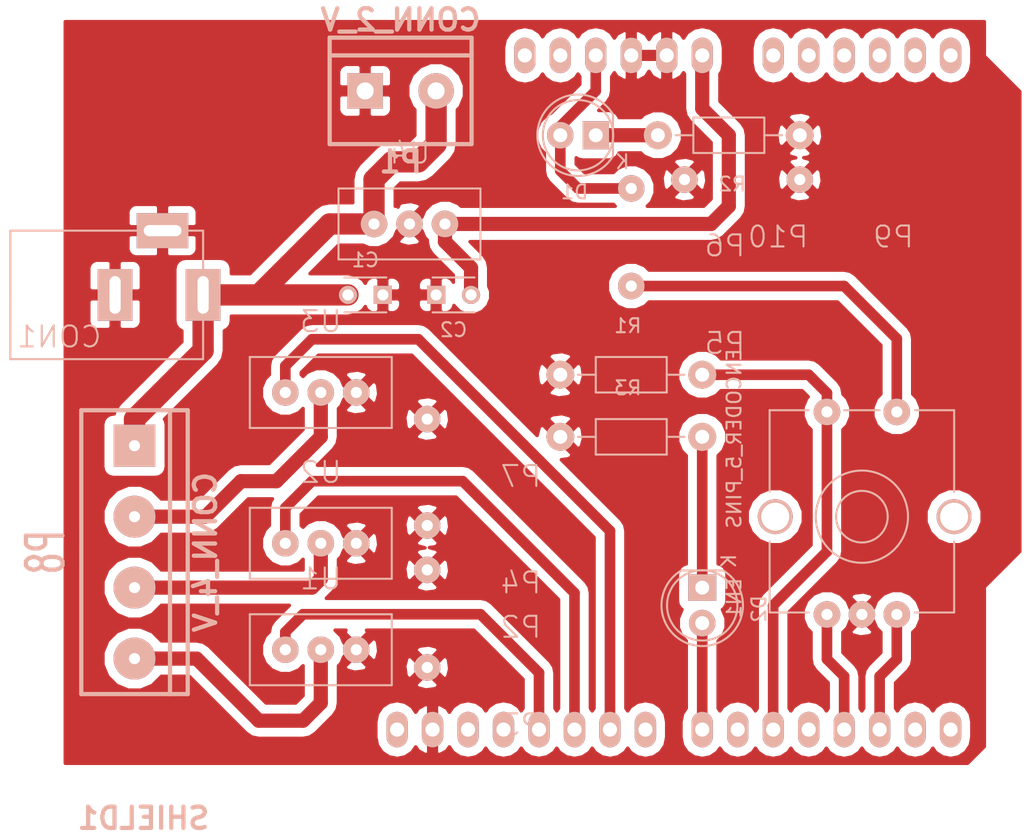
<source format=kicad_pcb>
(kicad_pcb (version 4) (host pcbnew "(2015-07-07 BZR 5906)-product")

  (general
    (links 44)
    (no_connects 3)
    (area 0 0 0 0)
    (thickness 1.6)
    (drawings 0)
    (tracks 73)
    (zones 0)
    (modules 24)
    (nets 33)
  )

  (page A4)
  (layers
    (0 F.Cu signal)
    (31 B.Cu signal)
    (32 B.Adhes user)
    (33 F.Adhes user)
    (34 B.Paste user)
    (35 F.Paste user)
    (36 B.SilkS user)
    (37 F.SilkS user)
    (38 B.Mask user)
    (39 F.Mask user)
    (40 Dwgs.User user)
    (41 Cmts.User user)
    (42 Eco1.User user)
    (43 Eco2.User user)
    (44 Edge.Cuts user)
    (45 Margin user)
    (46 B.CrtYd user)
    (47 F.CrtYd user)
    (48 B.Fab user)
    (49 F.Fab user)
  )

  (setup
    (last_trace_width 0.762)
    (trace_clearance 0.635)
    (zone_clearance 0.508)
    (zone_45_only no)
    (trace_min 0.2)
    (segment_width 0.2)
    (edge_width 0.1)
    (via_size 0.6)
    (via_drill 0.4)
    (via_min_size 0.4)
    (via_min_drill 0.3)
    (uvia_size 0.3)
    (uvia_drill 0.1)
    (uvias_allowed no)
    (uvia_min_size 0)
    (uvia_min_drill 0)
    (pcb_text_width 0.3)
    (pcb_text_size 1.5 1.5)
    (mod_edge_width 0.15)
    (mod_text_size 1 1)
    (mod_text_width 0.15)
    (pad_size 1.9 1.9)
    (pad_drill 0.8)
    (pad_to_mask_clearance 0)
    (aux_axis_origin 0 0)
    (visible_elements FFFFFF3F)
    (pcbplotparams
      (layerselection 0x00030_80000001)
      (usegerberextensions false)
      (excludeedgelayer true)
      (linewidth 0.100000)
      (plotframeref false)
      (viasonmask false)
      (mode 1)
      (useauxorigin false)
      (hpglpennumber 1)
      (hpglpenspeed 20)
      (hpglpendiameter 15)
      (hpglpenoverlay 2)
      (psnegative false)
      (psa4output false)
      (plotreference true)
      (plotvalue true)
      (plotinvisibletext false)
      (padsonsilk false)
      (subtractmaskfromsilk false)
      (outputformat 1)
      (mirror false)
      (drillshape 1)
      (scaleselection 1)
      (outputdirectory ""))
  )

  (net 0 "")
  (net 1 GND)
  (net 2 +12V)
  (net 3 V5)
  (net 4 "Net-(EN1-Pad1)")
  (net 5 "Net-(EN1-Pad3)")
  (net 6 VCC)
  (net 7 R)
  (net 8 G)
  (net 9 B)
  (net 10 PBtn)
  (net 11 "Net-(SHIELD1-PadAD5)")
  (net 12 "Net-(SHIELD1-PadAD4)")
  (net 13 "Net-(SHIELD1-PadAD3)")
  (net 14 "Net-(SHIELD1-PadAD0)")
  (net 15 "Net-(SHIELD1-PadAD1)")
  (net 16 "Net-(SHIELD1-PadAD2)")
  (net 17 "Net-(SHIELD1-Pad3V3)")
  (net 18 "Net-(SHIELD1-PadRST)")
  (net 19 "Net-(SHIELD1-Pad0)")
  (net 20 "Net-(SHIELD1-Pad1)")
  (net 21 "Net-(SHIELD1-Pad4)")
  (net 22 "Net-(SHIELD1-Pad6)")
  (net 23 "Net-(SHIELD1-Pad8)")
  (net 24 PWM_R)
  (net 25 "Net-(SHIELD1-Pad12)")
  (net 26 "Net-(SHIELD1-Pad13)")
  (net 27 "Net-(SHIELD1-PadAREF)")
  (net 28 PWM_B)
  (net 29 PWM_G)
  (net 30 "Net-(D1-Pad1)")
  (net 31 "Net-(D2-Pad1)")
  (net 32 "Net-(D2-Pad2)")

  (net_class Default "This is the default net class."
    (clearance 0.635)
    (trace_width 0.762)
    (via_dia 0.6)
    (via_drill 0.4)
    (uvia_dia 0.3)
    (uvia_drill 0.1)
    (add_net "Net-(D2-Pad1)")
    (add_net "Net-(D2-Pad2)")
    (add_net "Net-(EN1-Pad1)")
    (add_net "Net-(EN1-Pad3)")
    (add_net "Net-(SHIELD1-Pad0)")
    (add_net "Net-(SHIELD1-Pad1)")
    (add_net "Net-(SHIELD1-Pad12)")
    (add_net "Net-(SHIELD1-Pad13)")
    (add_net "Net-(SHIELD1-Pad3V3)")
    (add_net "Net-(SHIELD1-Pad4)")
    (add_net "Net-(SHIELD1-Pad6)")
    (add_net "Net-(SHIELD1-Pad8)")
    (add_net "Net-(SHIELD1-PadAD0)")
    (add_net "Net-(SHIELD1-PadAD1)")
    (add_net "Net-(SHIELD1-PadAD2)")
    (add_net "Net-(SHIELD1-PadAD3)")
    (add_net "Net-(SHIELD1-PadAD4)")
    (add_net "Net-(SHIELD1-PadAD5)")
    (add_net "Net-(SHIELD1-PadAREF)")
    (add_net "Net-(SHIELD1-PadRST)")
    (add_net PBtn)
    (add_net PWM_B)
    (add_net PWM_G)
    (add_net PWM_R)
    (add_net VCC)
  )

  (net_class 12 ""
    (clearance 0.635)
    (trace_width 1.524)
    (via_dia 0.6)
    (via_drill 0.4)
    (uvia_dia 0.3)
    (uvia_drill 0.1)
    (add_net +12V)
  )

  (net_class Power ""
    (clearance 0.635)
    (trace_width 1.016)
    (via_dia 0.6)
    (via_drill 0.4)
    (uvia_dia 0.3)
    (uvia_drill 0.1)
    (add_net B)
    (add_net G)
    (add_net GND)
    (add_net "Net-(D1-Pad1)")
    (add_net R)
    (add_net V5)
  )

  (module borniers:bornier4_V (layer B.Cu) (tedit 55D5A901) (tstamp 55CC73AA)
    (at 77.47 142.24 270)
    (descr "Bornier d'alimentation 4 pins")
    (tags DEV)
    (path /55CCAB7C)
    (fp_text reference P8 (at 0 6.35 270) (layer B.SilkS)
      (effects (font (size 2.6162 1.59766) (thickness 0.3048)) (justify mirror))
    )
    (fp_text value CONN_4_V (at 0 -5.08 270) (layer B.SilkS)
      (effects (font (thickness 0.3048)) (justify mirror))
    )
    (fp_line (start -10.16 3.81) (end -10.16 -3.81) (layer B.SilkS) (width 0.3048))
    (fp_line (start 10.16 -3.81) (end 10.16 3.81) (layer B.SilkS) (width 0.3048))
    (fp_line (start 10.16 -2.54) (end -10.16 -2.54) (layer B.SilkS) (width 0.3048))
    (fp_line (start -10.16 3.81) (end 10.16 3.81) (layer B.SilkS) (width 0.3048))
    (fp_line (start -10.16 -3.81) (end 10.16 -3.81) (layer B.SilkS) (width 0.3048))
    (pad 3 thru_hole circle (at -2.54 0 270) (size 3 3) (drill 0.8) (layers *.Cu *.Mask B.SilkS)
      (net 9 B))
    (pad 2 thru_hole circle (at 2.54 0 270) (size 3 3) (drill 0.8) (layers *.Cu *.Mask B.SilkS)
      (net 8 G))
    (pad 4 thru_hole rect (at -7.62 0 270) (size 3 3) (drill 0.8) (layers *.Cu *.Mask B.SilkS)
      (net 2 +12V))
    (pad 1 thru_hole circle (at 7.62 0 270) (size 3 3) (drill 0.8) (layers *.Cu *.Mask B.SilkS)
      (net 7 R))
    (model borniers/bornier_4.wrl
      (at (xyz 0 0 0))
      (scale (xyz 1 1 1))
      (rotate (xyz 0 0 0))
    )
  )

  (module arduino_shields:ARDUINO_SHIELD_2_040pins (layer B.Cu) (tedit 4E06D846) (tstamp 55D1C05E)
    (at 72.39 104.14)
    (path /55CB5DD9)
    (fp_text reference SHIELD1 (at 5.715 57.15) (layer B.SilkS)
      (effects (font (thickness 0.3048)) (justify mirror))
    )
    (fp_text value ARDUINO_SHIELD (at 10.16 54.61) (layer B.SilkS) hide
      (effects (font (thickness 0.3048)) (justify mirror))
    )
    (fp_line (start 0 44.45) (end 10.16 44.45) (layer Dwgs.User) (width 0.381))
    (fp_line (start 10.16 44.45) (end 10.16 31.75) (layer Dwgs.User) (width 0.381))
    (fp_line (start 10.16 31.75) (end 0 31.75) (layer Dwgs.User) (width 0.381))
    (fp_line (start 12.7 4.318) (end 0 4.318) (layer Dwgs.User) (width 0.381))
    (fp_line (start 0 12.7) (end 12.7 12.7) (layer Dwgs.User) (width 0.381))
    (fp_line (start 12.7 12.7) (end 12.7 4.572) (layer Dwgs.User) (width 0.381))
    (fp_circle (center 13.97 2.54) (end 16.002 1.524) (layer Dwgs.User) (width 0.381))
    (fp_circle (center 15.24 50.8) (end 16.764 49.276) (layer Dwgs.User) (width 0.381))
    (fp_circle (center 66.04 7.62) (end 67.31 6.096) (layer Dwgs.User) (width 0.381))
    (fp_circle (center 66.04 35.56) (end 67.31 34.036) (layer Dwgs.User) (width 0.381))
    (fp_line (start 66.04 40.64) (end 66.04 52.07) (layer Dwgs.User) (width 0.381))
    (fp_line (start 66.04 52.07) (end 64.77 53.34) (layer Dwgs.User) (width 0.381))
    (fp_line (start 64.77 53.34) (end 0 53.34) (layer Dwgs.User) (width 0.381))
    (fp_line (start 66.04 0) (end 0 0) (layer Dwgs.User) (width 0.381))
    (fp_line (start 0 0) (end 0 53.34) (layer Dwgs.User) (width 0.381))
    (fp_line (start 66.04 40.64) (end 68.58 38.1) (layer Dwgs.User) (width 0.381))
    (fp_line (start 68.58 38.1) (end 68.58 5.08) (layer Dwgs.User) (width 0.381))
    (fp_line (start 68.58 5.08) (end 66.04 2.54) (layer Dwgs.User) (width 0.381))
    (fp_line (start 66.04 2.54) (end 66.04 0) (layer Dwgs.User) (width 0.381))
    (pad AD5 thru_hole oval (at 63.5 2.54 270) (size 2.54 1.524) (drill 1.016) (layers *.Cu *.Mask B.SilkS)
      (net 11 "Net-(SHIELD1-PadAD5)"))
    (pad AD4 thru_hole oval (at 60.96 2.54 270) (size 2.54 1.524) (drill 1.016) (layers *.Cu *.Mask B.SilkS)
      (net 12 "Net-(SHIELD1-PadAD4)"))
    (pad AD3 thru_hole oval (at 58.42 2.54 270) (size 2.54 1.524) (drill 1.016) (layers *.Cu *.Mask B.SilkS)
      (net 13 "Net-(SHIELD1-PadAD3)"))
    (pad AD0 thru_hole oval (at 50.8 2.54 270) (size 2.54 1.524) (drill 1.016) (layers *.Cu *.Mask B.SilkS)
      (net 14 "Net-(SHIELD1-PadAD0)"))
    (pad AD1 thru_hole oval (at 53.34 2.54 270) (size 2.54 1.524) (drill 1.016) (layers *.Cu *.Mask B.SilkS)
      (net 15 "Net-(SHIELD1-PadAD1)"))
    (pad AD2 thru_hole oval (at 55.88 2.54 270) (size 2.54 1.524) (drill 1.016) (layers *.Cu *.Mask B.SilkS)
      (net 16 "Net-(SHIELD1-PadAD2)"))
    (pad V_IN thru_hole oval (at 45.72 2.54 270) (size 2.54 1.524) (drill 1.016) (layers *.Cu *.Mask B.SilkS)
      (net 3 V5))
    (pad GND2 thru_hole oval (at 43.18 2.54 270) (size 2.54 1.524) (drill 1.016) (layers *.Cu *.Mask B.SilkS)
      (net 1 GND))
    (pad GND1 thru_hole oval (at 40.64 2.54 270) (size 2.54 1.524) (drill 1.016) (layers *.Cu *.Mask B.SilkS)
      (net 1 GND))
    (pad 3V3 thru_hole oval (at 35.56 2.54 270) (size 2.54 1.524) (drill 1.016) (layers *.Cu *.Mask B.SilkS)
      (net 17 "Net-(SHIELD1-Pad3V3)"))
    (pad RST thru_hole oval (at 33.02 2.54 270) (size 2.54 1.524) (drill 1.016) (layers *.Cu *.Mask B.SilkS)
      (net 18 "Net-(SHIELD1-PadRST)"))
    (pad 0 thru_hole oval (at 63.5 50.8 270) (size 2.54 1.524) (drill 1.016) (layers *.Cu *.Mask B.SilkS)
      (net 19 "Net-(SHIELD1-Pad0)"))
    (pad 1 thru_hole oval (at 60.96 50.8 270) (size 2.54 1.524) (drill 1.016) (layers *.Cu *.Mask B.SilkS)
      (net 20 "Net-(SHIELD1-Pad1)"))
    (pad 2 thru_hole oval (at 58.42 50.8 270) (size 2.54 1.524) (drill 1.016) (layers *.Cu *.Mask B.SilkS)
      (net 5 "Net-(EN1-Pad3)"))
    (pad 3 thru_hole oval (at 55.88 50.8 270) (size 2.54 1.524) (drill 1.016) (layers *.Cu *.Mask B.SilkS)
      (net 4 "Net-(EN1-Pad1)"))
    (pad 4 thru_hole oval (at 53.34 50.8 270) (size 2.54 1.524) (drill 1.016) (layers *.Cu *.Mask B.SilkS)
      (net 21 "Net-(SHIELD1-Pad4)"))
    (pad 5 thru_hole oval (at 50.8 50.8 270) (size 2.54 1.524) (drill 1.016) (layers *.Cu *.Mask B.SilkS)
      (net 10 PBtn))
    (pad 6 thru_hole oval (at 48.26 50.8 270) (size 2.54 1.524) (drill 1.016) (layers *.Cu *.Mask B.SilkS)
      (net 22 "Net-(SHIELD1-Pad6)"))
    (pad 7 thru_hole oval (at 45.72 50.8 270) (size 2.54 1.524) (drill 1.016) (layers *.Cu *.Mask B.SilkS)
      (net 32 "Net-(D2-Pad2)"))
    (pad 8 thru_hole oval (at 41.656 50.8 270) (size 2.54 1.524) (drill 1.016) (layers *.Cu *.Mask B.SilkS)
      (net 23 "Net-(SHIELD1-Pad8)"))
    (pad 9 thru_hole oval (at 39.116 50.8 270) (size 2.54 1.524) (drill 1.016) (layers *.Cu *.Mask B.SilkS)
      (net 28 PWM_B))
    (pad 10 thru_hole oval (at 36.576 50.8 270) (size 2.54 1.524) (drill 1.016) (layers *.Cu *.Mask B.SilkS)
      (net 29 PWM_G))
    (pad 11 thru_hole oval (at 34.036 50.8 270) (size 2.54 1.524) (drill 1.016) (layers *.Cu *.Mask B.SilkS)
      (net 24 PWM_R))
    (pad 12 thru_hole oval (at 31.496 50.8 270) (size 2.54 1.524) (drill 1.016) (layers *.Cu *.Mask B.SilkS)
      (net 25 "Net-(SHIELD1-Pad12)"))
    (pad 13 thru_hole oval (at 28.956 50.8 270) (size 2.54 1.524) (drill 1.016) (layers *.Cu *.Mask B.SilkS)
      (net 26 "Net-(SHIELD1-Pad13)"))
    (pad GND3 thru_hole oval (at 26.416 50.8 270) (size 2.54 1.524) (drill 1.016) (layers *.Cu *.Mask B.SilkS)
      (net 1 GND))
    (pad AREF thru_hole oval (at 23.876 50.8 270) (size 2.54 1.524) (drill 1.016) (layers *.Cu *.Mask B.SilkS)
      (net 27 "Net-(SHIELD1-PadAREF)"))
    (pad 5V thru_hole oval (at 38.1 2.54 270) (size 2.54 1.524) (drill 1.016) (layers *.Cu *.Mask B.SilkS)
      (net 6 VCC))
  )

  (module library:BARREL_JACK (layer B.Cu) (tedit 55D5A86B) (tstamp 55CC6199)
    (at 68.58 123.825)
    (path /55CBA35B)
    (fp_text reference CON1 (at 3.5 3) (layer B.SilkS)
      (effects (font (size 1.5 1.5) (thickness 0.15)) (justify mirror))
    )
    (fp_text value BARREL_JACK (at 6.8 6.1) (layer B.Fab)
      (effects (font (size 1.5 1.5) (thickness 0.15)) (justify mirror))
    )
    (fp_line (start 0 0) (end 0 -4.6) (layer B.SilkS) (width 0.15))
    (fp_line (start 0 -4.6) (end 13.8 -4.6) (layer B.SilkS) (width 0.15))
    (fp_line (start 13.8 -4.6) (end 13.8 0) (layer B.SilkS) (width 0.15))
    (fp_line (start 13.8 0) (end 13.8 4.6) (layer B.SilkS) (width 0.15))
    (fp_line (start 13.8 4.6) (end 0 4.6) (layer B.SilkS) (width 0.15))
    (fp_line (start 0 4.6) (end 0 0) (layer B.SilkS) (width 0.15))
    (pad 2 thru_hole rect (at 7.5 0) (size 2.5 3.7) (drill oval 0.8 2.7) (layers *.Cu *.Mask B.SilkS)
      (net 1 GND))
    (pad 3 thru_hole rect (at 10.9 -4.6) (size 3.7 2.5) (drill oval 2.7 0.8) (layers *.Cu *.Mask B.SilkS)
      (net 1 GND))
    (pad 1 thru_hole rect (at 13.8 0) (size 2.5 3.7) (drill oval 0.8 2.7) (layers *.Cu *.Mask B.SilkS)
      (net 2 +12V))
  )

  (module library:ENCODER_5_PINS (layer B.Cu) (tedit 55D5A6A6) (tstamp 55CC60F1)
    (at 129.54 139.7 90)
    (path /55CB78CE)
    (fp_text reference EN1 (at -5.842 -9.144 90) (layer B.SilkS)
      (effects (font (size 1 1) (thickness 0.15)) (justify mirror))
    )
    (fp_text value ENCODER_5_PINS (at 5.588 -9.144 90) (layer B.SilkS)
      (effects (font (size 1 1) (thickness 0.15)) (justify mirror))
    )
    (fp_line (start 7.62 6.604) (end 7.62 3.81) (layer B.SilkS) (width 0.15))
    (fp_line (start 7.62 -1.27) (end 7.62 1.27) (layer B.SilkS) (width 0.15))
    (fp_line (start 7.62 -3.81) (end 7.62 -6.604) (layer B.SilkS) (width 0.15))
    (fp_line (start -6.858 -6.604) (end -1.778 -6.604) (layer B.SilkS) (width 0.15))
    (fp_line (start -6.858 -3.81) (end -6.858 -6.604) (layer B.SilkS) (width 0.15))
    (fp_line (start -6.858 6.604) (end -6.858 3.81) (layer B.SilkS) (width 0.15))
    (fp_circle (center 0 0) (end -0.508 1.778) (layer B.SilkS) (width 0.15))
    (fp_circle (center 0 0) (end -1.27 3.048) (layer B.SilkS) (width 0.15))
    (fp_line (start 7.62 -6.604) (end 1.778 -6.604) (layer B.SilkS) (width 0.15))
    (fp_line (start 1.778 6.604) (end 7.62 6.604) (layer B.SilkS) (width 0.15))
    (fp_line (start -6.858 6.604) (end -1.778 6.604) (layer B.SilkS) (width 0.15))
    (pad 3 thru_hole circle (at -7 2.5 90) (size 1.9 1.9) (drill 0.8) (layers *.Cu *.Mask B.SilkS)
      (net 5 "Net-(EN1-Pad3)"))
    (pad 2 thru_hole circle (at -7 0 90) (size 1.9 1.9) (drill 0.8) (layers *.Cu *.Mask B.SilkS)
      (net 1 GND))
    (pad 1 thru_hole circle (at -7 -2.5 90) (size 1.9 1.9) (drill 0.8) (layers *.Cu *.Mask B.SilkS)
      (net 4 "Net-(EN1-Pad1)"))
    (pad 4 thru_hole circle (at 7.5 2.5 90) (size 1.9 1.9) (drill 0.8) (layers *.Cu *.Mask B.SilkS)
      (net 6 VCC))
    (pad 5 thru_hole circle (at 7.5 -2.5 90) (size 1.9 1.9) (drill 0.8) (layers *.Cu *.Mask B.SilkS)
      (net 10 PBtn))
    (pad "" np_thru_hole circle (at 0 6.6 90) (size 2.5 2.5) (drill 2) (layers *.Cu *.Mask B.SilkS))
    (pad "" np_thru_hole circle (at 0 -6.2 90) (size 2.5 2.5) (drill 2) (layers *.Cu *.Mask B.SilkS))
  )

  (module IRF3205 (layer B.Cu) (tedit 55CC6668) (tstamp 55CC61A6)
    (at 88.265 149.225)
    (path /55CB92F6)
    (fp_text reference U1 (at 2.54 -5.08) (layer B.SilkS)
      (effects (font (size 1.5 1.5) (thickness 0.15)) (justify mirror))
    )
    (fp_text value MosfetIRF (at 2.54 5.08) (layer B.Fab)
      (effects (font (size 1.5 1.5) (thickness 0.15)) (justify mirror))
    )
    (fp_line (start 7.62 -2.54) (end 7.62 2.54) (layer B.SilkS) (width 0.15))
    (fp_line (start 7.62 2.54) (end -2.54 2.54) (layer B.SilkS) (width 0.15))
    (fp_line (start -2.54 2.54) (end -2.54 -2.54) (layer B.SilkS) (width 0.15))
    (fp_line (start -2.54 -2.54) (end 0 -2.54) (layer B.SilkS) (width 0.15))
    (fp_line (start 0 -2.54) (end 7.62 -2.54) (layer B.SilkS) (width 0.15))
    (pad 1 thru_hole circle (at 0 0) (size 1.9 1.9) (drill 0.8) (layers *.Cu *.Mask B.SilkS)
      (net 24 PWM_R))
    (pad 2 thru_hole circle (at 2.54 0) (size 1.9 1.9) (drill 0.8) (layers *.Cu *.Mask B.SilkS)
      (net 7 R))
    (pad 3 thru_hole circle (at 5.08 0) (size 1.9 1.9) (drill 0.8) (layers *.Cu *.Mask B.SilkS)
      (net 1 GND))
  )

  (module LM7805 (layer B.Cu) (tedit 55CC662C) (tstamp 55CC61BB)
    (at 94.615 118.745)
    (path /558438B8)
    (fp_text reference U4 (at 2.54 -5.08) (layer B.SilkS)
      (effects (font (size 1.5 1.5) (thickness 0.15)) (justify mirror))
    )
    (fp_text value LM7805 (at 2.54 5.08) (layer B.Fab)
      (effects (font (size 1.5 1.5) (thickness 0.15)) (justify mirror))
    )
    (fp_line (start 7.62 -2.54) (end 7.62 2.54) (layer B.SilkS) (width 0.15))
    (fp_line (start 7.62 2.54) (end -2.54 2.54) (layer B.SilkS) (width 0.15))
    (fp_line (start -2.54 2.54) (end -2.54 -2.54) (layer B.SilkS) (width 0.15))
    (fp_line (start -2.54 -2.54) (end 0 -2.54) (layer B.SilkS) (width 0.15))
    (fp_line (start 0 -2.54) (end 7.62 -2.54) (layer B.SilkS) (width 0.15))
    (pad VI thru_hole circle (at 0 0) (size 1.9 1.9) (drill 0.8) (layers *.Cu *.Mask B.SilkS)
      (net 2 +12V))
    (pad GND thru_hole circle (at 2.54 0) (size 1.9 1.9) (drill 0.8) (layers *.Cu *.Mask B.SilkS)
      (net 1 GND))
    (pad VO thru_hole circle (at 5.08 0) (size 1.9 1.9) (drill 0.8) (layers *.Cu *.Mask B.SilkS)
      (net 3 V5))
  )

  (module Capacitors_ThroughHole:C_Disc_D3_P2.5 (layer B.Cu) (tedit 0) (tstamp 55CC60E0)
    (at 95.25 123.825 180)
    (descr "Capacitor 3mm Disc, Pitch 2.5mm")
    (tags Capacitor)
    (path /55843C24)
    (fp_text reference C1 (at 1.25 2.5 180) (layer B.SilkS)
      (effects (font (size 1 1) (thickness 0.15)) (justify mirror))
    )
    (fp_text value 100uF (at 1.25 -2.5 180) (layer B.Fab)
      (effects (font (size 1 1) (thickness 0.15)) (justify mirror))
    )
    (fp_line (start -0.9 1.5) (end 3.4 1.5) (layer B.CrtYd) (width 0.05))
    (fp_line (start 3.4 1.5) (end 3.4 -1.5) (layer B.CrtYd) (width 0.05))
    (fp_line (start 3.4 -1.5) (end -0.9 -1.5) (layer B.CrtYd) (width 0.05))
    (fp_line (start -0.9 -1.5) (end -0.9 1.5) (layer B.CrtYd) (width 0.05))
    (fp_line (start -0.25 1.25) (end 2.75 1.25) (layer B.SilkS) (width 0.15))
    (fp_line (start 2.75 -1.25) (end -0.25 -1.25) (layer B.SilkS) (width 0.15))
    (pad 1 thru_hole rect (at 0 0 180) (size 1.3 1.3) (drill 0.8) (layers *.Cu *.Mask B.SilkS)
      (net 1 GND))
    (pad 2 thru_hole circle (at 2.5 0 180) (size 1.3 1.3) (drill 0.8001) (layers *.Cu *.Mask B.SilkS)
      (net 2 +12V))
    (model Capacitors_ThroughHole.3dshapes/C_Disc_D3_P2.5.wrl
      (at (xyz 0.0492126 0 0))
      (scale (xyz 1 1 1))
      (rotate (xyz 0 0 0))
    )
  )

  (module Capacitors_ThroughHole:C_Disc_D3_P2.5 (layer B.Cu) (tedit 0) (tstamp 55CC60E6)
    (at 99.06 123.825)
    (descr "Capacitor 3mm Disc, Pitch 2.5mm")
    (tags Capacitor)
    (path /55843F41)
    (fp_text reference C2 (at 1.25 2.5) (layer B.SilkS)
      (effects (font (size 1 1) (thickness 0.15)) (justify mirror))
    )
    (fp_text value 10uF (at 1.25 -2.5) (layer B.Fab)
      (effects (font (size 1 1) (thickness 0.15)) (justify mirror))
    )
    (fp_line (start -0.9 1.5) (end 3.4 1.5) (layer B.CrtYd) (width 0.05))
    (fp_line (start 3.4 1.5) (end 3.4 -1.5) (layer B.CrtYd) (width 0.05))
    (fp_line (start 3.4 -1.5) (end -0.9 -1.5) (layer B.CrtYd) (width 0.05))
    (fp_line (start -0.9 -1.5) (end -0.9 1.5) (layer B.CrtYd) (width 0.05))
    (fp_line (start -0.25 1.25) (end 2.75 1.25) (layer B.SilkS) (width 0.15))
    (fp_line (start 2.75 -1.25) (end -0.25 -1.25) (layer B.SilkS) (width 0.15))
    (pad 1 thru_hole rect (at 0 0) (size 1.3 1.3) (drill 0.8) (layers *.Cu *.Mask B.SilkS)
      (net 1 GND))
    (pad 2 thru_hole circle (at 2.5 0) (size 1.3 1.3) (drill 0.8001) (layers *.Cu *.Mask B.SilkS)
      (net 3 V5))
    (model Capacitors_ThroughHole.3dshapes/C_Disc_D3_P2.5.wrl
      (at (xyz 0.0492126 0 0))
      (scale (xyz 1 1 1))
      (rotate (xyz 0 0 0))
    )
  )

  (module Resistors_ThroughHole:Resistor_Horizontal_RM10mm (layer B.Cu) (tedit 53F56209) (tstamp 55CC60FE)
    (at 113.03 129.54 180)
    (descr "Resistor, Axial,  RM 10mm, 1/3W,")
    (tags "Resistor, Axial, RM 10mm, 1/3W,")
    (path /55CB81A3)
    (fp_text reference R1 (at 0.24892 3.50012 180) (layer B.SilkS)
      (effects (font (size 1 1) (thickness 0.15)) (justify mirror))
    )
    (fp_text value 10K (at 3.81 -3.81 180) (layer B.Fab)
      (effects (font (size 1 1) (thickness 0.15)) (justify mirror))
    )
    (fp_line (start -2.54 1.27) (end 2.54 1.27) (layer B.SilkS) (width 0.15))
    (fp_line (start 2.54 1.27) (end 2.54 -1.27) (layer B.SilkS) (width 0.15))
    (fp_line (start 2.54 -1.27) (end -2.54 -1.27) (layer B.SilkS) (width 0.15))
    (fp_line (start -2.54 -1.27) (end -2.54 1.27) (layer B.SilkS) (width 0.15))
    (fp_line (start -2.54 0) (end -3.81 0) (layer B.SilkS) (width 0.15))
    (fp_line (start 2.54 0) (end 3.81 0) (layer B.SilkS) (width 0.15))
    (pad 1 thru_hole circle (at -5.08 0 180) (size 1.99898 1.99898) (drill 1.00076) (layers *.Cu *.SilkS *.Mask)
      (net 10 PBtn))
    (pad 2 thru_hole circle (at 5.08 0 180) (size 1.99898 1.99898) (drill 1.00076) (layers *.Cu *.SilkS *.Mask)
      (net 1 GND))
    (model Resistors_ThroughHole.3dshapes/Resistor_Horizontal_RM10mm.wrl
      (at (xyz 0 0 0))
      (scale (xyz 0.4 0.4 0.4))
      (rotate (xyz 0 0 0))
    )
  )

  (module borniers:bornier2_V (layer B.Cu) (tedit 49E32BBC) (tstamp 55CC619F)
    (at 96.52 109.22)
    (descr "Bornier d'alimentation 2 pins")
    (tags DEV)
    (path /55CC5E0B)
    (fp_text reference P1 (at 0 5.08) (layer B.SilkS)
      (effects (font (thickness 0.3048)) (justify mirror))
    )
    (fp_text value CONN_2_V (at 0 -5.08) (layer B.SilkS)
      (effects (font (thickness 0.3048)) (justify mirror))
    )
    (fp_line (start 5.08 -2.54) (end -5.08 -2.54) (layer B.SilkS) (width 0.3048))
    (fp_line (start 5.08 -3.81) (end 5.08 3.81) (layer B.SilkS) (width 0.3048))
    (fp_line (start 5.08 3.81) (end -5.08 3.81) (layer B.SilkS) (width 0.3048))
    (fp_line (start -5.08 3.81) (end -5.08 -3.81) (layer B.SilkS) (width 0.3048))
    (fp_line (start -5.08 -3.81) (end 5.08 -3.81) (layer B.SilkS) (width 0.3048))
    (pad 1 thru_hole rect (at -2.54 0) (size 2.54 2.54) (drill 1.22428) (layers *.Cu *.Mask B.SilkS)
      (net 1 GND))
    (pad 2 thru_hole circle (at 2.54 0) (size 2.54 2.54) (drill 1.22428) (layers *.Cu *.Mask B.SilkS)
      (net 2 +12V))
    (model borniers/bornier_2.wrl
      (at (xyz 0 0 0))
      (scale (xyz 1 1 1))
      (rotate (xyz 0 0 0))
    )
  )

  (module library:IRF3205 (layer B.Cu) (tedit 55CC66D9) (tstamp 55CC66CB)
    (at 88.265 141.605)
    (path /55CBA0A7)
    (fp_text reference U2 (at 2.54 -5.08) (layer B.SilkS)
      (effects (font (size 1.5 1.5) (thickness 0.15)) (justify mirror))
    )
    (fp_text value MosfetIRF (at 2.54 5.08) (layer B.Fab)
      (effects (font (size 1.5 1.5) (thickness 0.15)) (justify mirror))
    )
    (fp_line (start 7.62 -2.54) (end 7.62 2.54) (layer B.SilkS) (width 0.15))
    (fp_line (start 7.62 2.54) (end -2.54 2.54) (layer B.SilkS) (width 0.15))
    (fp_line (start -2.54 2.54) (end -2.54 -2.54) (layer B.SilkS) (width 0.15))
    (fp_line (start -2.54 -2.54) (end 0 -2.54) (layer B.SilkS) (width 0.15))
    (fp_line (start 0 -2.54) (end 7.62 -2.54) (layer B.SilkS) (width 0.15))
    (pad 1 thru_hole circle (at 0 0) (size 1.9 1.9) (drill 0.8) (layers *.Cu *.Mask B.SilkS)
      (net 29 PWM_G))
    (pad 2 thru_hole circle (at 2.54 0) (size 1.9 1.9) (drill 0.8) (layers *.Cu *.Mask B.SilkS)
      (net 8 G))
    (pad 3 thru_hole circle (at 5.08 0) (size 1.9 1.9) (drill 0.8) (layers *.Cu *.Mask B.SilkS)
      (net 1 GND))
  )

  (module library:IRF3205 (layer B.Cu) (tedit 55CC6668) (tstamp 55CC66D2)
    (at 88.265 130.81)
    (path /55CBA176)
    (fp_text reference U3 (at 2.54 -5.08) (layer B.SilkS)
      (effects (font (size 1.5 1.5) (thickness 0.15)) (justify mirror))
    )
    (fp_text value MosfetIRF (at 2.54 5.08) (layer B.Fab)
      (effects (font (size 1.5 1.5) (thickness 0.15)) (justify mirror))
    )
    (fp_line (start 7.62 -2.54) (end 7.62 2.54) (layer B.SilkS) (width 0.15))
    (fp_line (start 7.62 2.54) (end -2.54 2.54) (layer B.SilkS) (width 0.15))
    (fp_line (start -2.54 2.54) (end -2.54 -2.54) (layer B.SilkS) (width 0.15))
    (fp_line (start -2.54 -2.54) (end 0 -2.54) (layer B.SilkS) (width 0.15))
    (fp_line (start 0 -2.54) (end 7.62 -2.54) (layer B.SilkS) (width 0.15))
    (pad 1 thru_hole circle (at 0 0) (size 1.9 1.9) (drill 0.8) (layers *.Cu *.Mask B.SilkS)
      (net 28 PWM_B))
    (pad 2 thru_hole circle (at 2.54 0) (size 1.9 1.9) (drill 0.8) (layers *.Cu *.Mask B.SilkS)
      (net 9 B))
    (pad 3 thru_hole circle (at 5.08 0) (size 1.9 1.9) (drill 0.8) (layers *.Cu *.Mask B.SilkS)
      (net 1 GND))
  )

  (module library:header1x01 (layer B.Cu) (tedit 55CC6CFB) (tstamp 55CC6DD1)
    (at 98.425 143.51)
    (path /55CC9690)
    (fp_text reference P2 (at 6.7 4.1) (layer B.SilkS)
      (effects (font (size 1.5 1.5) (thickness 0.15)) (justify mirror))
    )
    (fp_text value CONN_01X01 (at 0 4.1) (layer B.Fab)
      (effects (font (size 1.5 1.5) (thickness 0.15)) (justify mirror))
    )
    (pad 1 thru_hole circle (at 0 0) (size 1.9 1.9) (drill 0.8) (layers *.Cu *.Mask B.SilkS)
      (net 1 GND))
  )

  (module library:header1x01 (layer B.Cu) (tedit 55CC6CFB) (tstamp 55CC6DD6)
    (at 98.425 150.495)
    (path /55CC9A94)
    (fp_text reference P3 (at 6.7 4.1) (layer B.SilkS)
      (effects (font (size 1.5 1.5) (thickness 0.15)) (justify mirror))
    )
    (fp_text value CONN_01X01 (at 0 4.1) (layer B.Fab)
      (effects (font (size 1.5 1.5) (thickness 0.15)) (justify mirror))
    )
    (pad 1 thru_hole circle (at 0 0) (size 1.9 1.9) (drill 0.8) (layers *.Cu *.Mask B.SilkS)
      (net 1 GND))
  )

  (module library:header1x01 (layer B.Cu) (tedit 55CC6CFB) (tstamp 55CC6DDB)
    (at 98.425 140.335)
    (path /55CC9A8E)
    (fp_text reference P4 (at 6.7 4.1) (layer B.SilkS)
      (effects (font (size 1.5 1.5) (thickness 0.15)) (justify mirror))
    )
    (fp_text value CONN_01X01 (at 0 4.1) (layer B.Fab)
      (effects (font (size 1.5 1.5) (thickness 0.15)) (justify mirror))
    )
    (pad 1 thru_hole circle (at 0 0) (size 1.9 1.9) (drill 0.8) (layers *.Cu *.Mask B.SilkS)
      (net 1 GND))
  )

  (module library:header1x01 (layer B.Cu) (tedit 55CC6CFB) (tstamp 55CC6DE0)
    (at 113.03 123.19)
    (path /55CC9B24)
    (fp_text reference P5 (at 6.7 4.1) (layer B.SilkS)
      (effects (font (size 1.5 1.5) (thickness 0.15)) (justify mirror))
    )
    (fp_text value CONN_01X01 (at 0 4.1) (layer B.Fab)
      (effects (font (size 1.5 1.5) (thickness 0.15)) (justify mirror))
    )
    (pad 1 thru_hole circle (at 0 0) (size 1.9 1.9) (drill 0.8) (layers *.Cu *.Mask B.SilkS)
      (net 6 VCC))
  )

  (module library:header1x01 (layer B.Cu) (tedit 55CC6CFB) (tstamp 55CC6DE5)
    (at 113.03 116.205)
    (path /55CC9B1E)
    (fp_text reference P6 (at 6.7 4.1) (layer B.SilkS)
      (effects (font (size 1.5 1.5) (thickness 0.15)) (justify mirror))
    )
    (fp_text value CONN_01X01 (at 0 4.1) (layer B.Fab)
      (effects (font (size 1.5 1.5) (thickness 0.15)) (justify mirror))
    )
    (pad 1 thru_hole circle (at 0 0) (size 1.9 1.9) (drill 0.8) (layers *.Cu *.Mask B.SilkS)
      (net 6 VCC))
  )

  (module library:header1x01 (layer B.Cu) (tedit 55CC6CFB) (tstamp 55CC6DEA)
    (at 98.425 132.715)
    (path /55CC96FF)
    (fp_text reference P7 (at 6.7 4.1) (layer B.SilkS)
      (effects (font (size 1.5 1.5) (thickness 0.15)) (justify mirror))
    )
    (fp_text value CONN_01X01 (at 0 4.1) (layer B.Fab)
      (effects (font (size 1.5 1.5) (thickness 0.15)) (justify mirror))
    )
    (pad 1 thru_hole circle (at 0 0) (size 1.9 1.9) (drill 0.8) (layers *.Cu *.Mask B.SilkS)
      (net 1 GND))
  )

  (module LEDs:LED-5MM (layer B.Cu) (tedit 5570F7EA) (tstamp 55CC7721)
    (at 110.49 112.395 180)
    (descr "LED 5mm round vertical")
    (tags "LED 5mm round vertical")
    (path /55CC841D)
    (fp_text reference D1 (at 1.524 -4.064 180) (layer B.SilkS)
      (effects (font (size 1 1) (thickness 0.15)) (justify mirror))
    )
    (fp_text value PWR (at 1.524 3.937 180) (layer B.Fab)
      (effects (font (size 1 1) (thickness 0.15)) (justify mirror))
    )
    (fp_line (start -1.5 1.55) (end -1.5 -1.55) (layer B.CrtYd) (width 0.05))
    (fp_arc (start 1.3 0) (end -1.5 -1.55) (angle 302) (layer B.CrtYd) (width 0.05))
    (fp_arc (start 1.27 0) (end -1.23 1.5) (angle -297.5) (layer B.SilkS) (width 0.15))
    (fp_line (start -1.23 -1.5) (end -1.23 1.5) (layer B.SilkS) (width 0.15))
    (fp_circle (center 1.27 0) (end 0.97 2.5) (layer B.SilkS) (width 0.15))
    (fp_text user K (at -1.905 -1.905 180) (layer B.SilkS)
      (effects (font (size 1 1) (thickness 0.15)) (justify mirror))
    )
    (pad 1 thru_hole rect (at 0 0 90) (size 2 1.9) (drill 1.00076) (layers *.Cu *.Mask B.SilkS)
      (net 30 "Net-(D1-Pad1)"))
    (pad 2 thru_hole circle (at 2.54 0 180) (size 1.9 1.9) (drill 1.00076) (layers *.Cu *.Mask B.SilkS)
      (net 6 VCC))
    (model LEDs.3dshapes/LED-5MM.wrl
      (at (xyz 0.05 0 0))
      (scale (xyz 1 1 1))
      (rotate (xyz 0 0 90))
    )
  )

  (module Resistors_ThroughHole:Resistor_Horizontal_RM10mm (layer B.Cu) (tedit 53F56209) (tstamp 55CC7727)
    (at 120.015 112.395)
    (descr "Resistor, Axial,  RM 10mm, 1/3W,")
    (tags "Resistor, Axial, RM 10mm, 1/3W,")
    (path /55CC852C)
    (fp_text reference R2 (at 0.24892 3.50012) (layer B.SilkS)
      (effects (font (size 1 1) (thickness 0.15)) (justify mirror))
    )
    (fp_text value 330 (at 3.81 -3.81) (layer B.Fab)
      (effects (font (size 1 1) (thickness 0.15)) (justify mirror))
    )
    (fp_line (start -2.54 1.27) (end 2.54 1.27) (layer B.SilkS) (width 0.15))
    (fp_line (start 2.54 1.27) (end 2.54 -1.27) (layer B.SilkS) (width 0.15))
    (fp_line (start 2.54 -1.27) (end -2.54 -1.27) (layer B.SilkS) (width 0.15))
    (fp_line (start -2.54 -1.27) (end -2.54 1.27) (layer B.SilkS) (width 0.15))
    (fp_line (start -2.54 0) (end -3.81 0) (layer B.SilkS) (width 0.15))
    (fp_line (start 2.54 0) (end 3.81 0) (layer B.SilkS) (width 0.15))
    (pad 1 thru_hole circle (at -5.08 0) (size 1.99898 1.99898) (drill 1.00076) (layers *.Cu *.SilkS *.Mask)
      (net 30 "Net-(D1-Pad1)"))
    (pad 2 thru_hole circle (at 5.08 0) (size 1.99898 1.99898) (drill 1.00076) (layers *.Cu *.SilkS *.Mask)
      (net 1 GND))
    (model Resistors_ThroughHole.3dshapes/Resistor_Horizontal_RM10mm.wrl
      (at (xyz 0 0 0))
      (scale (xyz 0.4 0.4 0.4))
      (rotate (xyz 0 0 0))
    )
  )

  (module LEDs:LED-5MM (layer B.Cu) (tedit 5570F7EA) (tstamp 55D1BF31)
    (at 118.11 144.78 270)
    (descr "LED 5mm round vertical")
    (tags "LED 5mm round vertical")
    (path /55D1C885)
    (fp_text reference D2 (at 1.524 -4.064 270) (layer B.SilkS)
      (effects (font (size 1 1) (thickness 0.15)) (justify mirror))
    )
    (fp_text value Long (at 1.524 3.937 270) (layer B.Fab)
      (effects (font (size 1 1) (thickness 0.15)) (justify mirror))
    )
    (fp_line (start -1.5 1.55) (end -1.5 -1.55) (layer B.CrtYd) (width 0.05))
    (fp_arc (start 1.3 0) (end -1.5 -1.55) (angle 302) (layer B.CrtYd) (width 0.05))
    (fp_arc (start 1.27 0) (end -1.23 1.5) (angle -297.5) (layer B.SilkS) (width 0.15))
    (fp_line (start -1.23 -1.5) (end -1.23 1.5) (layer B.SilkS) (width 0.15))
    (fp_circle (center 1.27 0) (end 0.97 2.5) (layer B.SilkS) (width 0.15))
    (fp_text user K (at -1.905 -1.905 270) (layer B.SilkS)
      (effects (font (size 1 1) (thickness 0.15)) (justify mirror))
    )
    (pad 1 thru_hole rect (at 0 0 180) (size 2 1.9) (drill 1.00076) (layers *.Cu *.Mask B.SilkS)
      (net 31 "Net-(D2-Pad1)"))
    (pad 2 thru_hole circle (at 2.54 0 270) (size 1.9 1.9) (drill 1.00076) (layers *.Cu *.Mask B.SilkS)
      (net 32 "Net-(D2-Pad2)"))
    (model LEDs.3dshapes/LED-5MM.wrl
      (at (xyz 0.05 0 0))
      (scale (xyz 1 1 1))
      (rotate (xyz 0 0 90))
    )
  )

  (module Resistors_ThroughHole:Resistor_Horizontal_RM10mm (layer B.Cu) (tedit 53F56209) (tstamp 55D1BF37)
    (at 113.03 133.985 180)
    (descr "Resistor, Axial,  RM 10mm, 1/3W,")
    (tags "Resistor, Axial, RM 10mm, 1/3W,")
    (path /55D1C88B)
    (fp_text reference R3 (at 0.24892 3.50012 180) (layer B.SilkS)
      (effects (font (size 1 1) (thickness 0.15)) (justify mirror))
    )
    (fp_text value 330 (at 3.81 -3.81 180) (layer B.Fab)
      (effects (font (size 1 1) (thickness 0.15)) (justify mirror))
    )
    (fp_line (start -2.54 1.27) (end 2.54 1.27) (layer B.SilkS) (width 0.15))
    (fp_line (start 2.54 1.27) (end 2.54 -1.27) (layer B.SilkS) (width 0.15))
    (fp_line (start 2.54 -1.27) (end -2.54 -1.27) (layer B.SilkS) (width 0.15))
    (fp_line (start -2.54 -1.27) (end -2.54 1.27) (layer B.SilkS) (width 0.15))
    (fp_line (start -2.54 0) (end -3.81 0) (layer B.SilkS) (width 0.15))
    (fp_line (start 2.54 0) (end 3.81 0) (layer B.SilkS) (width 0.15))
    (pad 1 thru_hole circle (at -5.08 0 180) (size 1.99898 1.99898) (drill 1.00076) (layers *.Cu *.SilkS *.Mask)
      (net 31 "Net-(D2-Pad1)"))
    (pad 2 thru_hole circle (at 5.08 0 180) (size 1.99898 1.99898) (drill 1.00076) (layers *.Cu *.SilkS *.Mask)
      (net 1 GND))
    (model Resistors_ThroughHole.3dshapes/Resistor_Horizontal_RM10mm.wrl
      (at (xyz 0 0 0))
      (scale (xyz 0.4 0.4 0.4))
      (rotate (xyz 0 0 0))
    )
  )

  (module library:header1x01 (layer B.Cu) (tedit 55CC6CFB) (tstamp 55D5AC12)
    (at 125.095 115.57)
    (path /55D5B070)
    (fp_text reference P9 (at 6.7 4.1) (layer B.SilkS)
      (effects (font (size 1.5 1.5) (thickness 0.15)) (justify mirror))
    )
    (fp_text value CONN_01X01 (at 0 4.1) (layer B.Fab)
      (effects (font (size 1.5 1.5) (thickness 0.15)) (justify mirror))
    )
    (pad 1 thru_hole circle (at 0 0) (size 1.9 1.9) (drill 0.8) (layers *.Cu *.Mask B.SilkS)
      (net 1 GND))
  )

  (module library:header1x01 (layer B.Cu) (tedit 55CC6CFB) (tstamp 55D5AC17)
    (at 116.84 115.57)
    (path /55D5B06A)
    (fp_text reference P10 (at 6.7 4.1) (layer B.SilkS)
      (effects (font (size 1.5 1.5) (thickness 0.15)) (justify mirror))
    )
    (fp_text value CONN_01X01 (at 0 4.1) (layer B.Fab)
      (effects (font (size 1.5 1.5) (thickness 0.15)) (justify mirror))
    )
    (pad 1 thru_hole circle (at 0 0) (size 1.9 1.9) (drill 0.8) (layers *.Cu *.Mask B.SilkS)
      (net 1 GND))
  )

  (segment (start 92.75 123.825) (end 86.36 123.825) (width 1.524) (layer F.Cu) (net 2))
  (segment (start 94.615 118.745) (end 94.615 115.57) (width 1.524) (layer F.Cu) (net 2))
  (segment (start 99.06 113.03) (end 99.06 109.22) (width 1.524) (layer F.Cu) (net 2) (tstamp 55D5A9E3))
  (segment (start 97.79 114.3) (end 99.06 113.03) (width 1.524) (layer F.Cu) (net 2) (tstamp 55D5A9E2))
  (segment (start 95.885 114.3) (end 97.79 114.3) (width 1.524) (layer F.Cu) (net 2) (tstamp 55D5A9E1))
  (segment (start 94.615 115.57) (end 95.885 114.3) (width 1.524) (layer F.Cu) (net 2) (tstamp 55D5A9E0))
  (segment (start 94.615 118.745) (end 91.44 118.745) (width 1.524) (layer F.Cu) (net 2))
  (segment (start 91.44 118.745) (end 87.63 122.555) (width 1.524) (layer F.Cu) (net 2) (tstamp 55D5A9DC))
  (segment (start 82.38 123.825) (end 86.36 123.825) (width 1.524) (layer F.Cu) (net 2))
  (segment (start 86.36 123.825) (end 87.63 122.555) (width 1.524) (layer F.Cu) (net 2) (tstamp 55D5A98F))
  (segment (start 77.47 134.62) (end 77.47 132.715) (width 1.524) (layer F.Cu) (net 2))
  (segment (start 82.38 127.805) (end 82.38 123.825) (width 1.524) (layer F.Cu) (net 2) (tstamp 55D5A98C))
  (segment (start 77.47 132.715) (end 82.38 127.805) (width 1.524) (layer F.Cu) (net 2) (tstamp 55D5A98B))
  (segment (start 118.11 106.68) (end 118.11 110.49) (width 1.016) (layer F.Cu) (net 3))
  (segment (start 118.745 118.745) (end 99.695 118.745) (width 1.016) (layer F.Cu) (net 3) (tstamp 55D5AA4E))
  (segment (start 120.015 117.475) (end 118.745 118.745) (width 1.016) (layer F.Cu) (net 3) (tstamp 55D5AA4D))
  (segment (start 120.015 112.395) (end 120.015 117.475) (width 1.016) (layer F.Cu) (net 3) (tstamp 55D5AA4C))
  (segment (start 118.11 110.49) (end 120.015 112.395) (width 1.016) (layer F.Cu) (net 3) (tstamp 55D5AA4B))
  (segment (start 99.695 118.745) (end 99.695 120.015) (width 1.016) (layer F.Cu) (net 3))
  (segment (start 101.56 121.88) (end 101.56 123.825) (width 1.016) (layer F.Cu) (net 3) (tstamp 55D5A9E7))
  (segment (start 99.695 120.015) (end 101.56 121.88) (width 1.016) (layer F.Cu) (net 3) (tstamp 55D5A9E6))
  (segment (start 128.27 154.94) (end 128.27 151.13) (width 0.762) (layer F.Cu) (net 4))
  (segment (start 127.04 149.9) (end 127.04 146.7) (width 0.762) (layer F.Cu) (net 4) (tstamp 55D5A71E))
  (segment (start 128.27 151.13) (end 127.04 149.9) (width 0.762) (layer F.Cu) (net 4) (tstamp 55D5A71D))
  (segment (start 130.81 154.94) (end 130.81 151.13) (width 0.762) (layer F.Cu) (net 5))
  (segment (start 132.04 149.9) (end 132.04 146.7) (width 0.762) (layer F.Cu) (net 5) (tstamp 55D5A71A))
  (segment (start 130.81 151.13) (end 132.04 149.9) (width 0.762) (layer F.Cu) (net 5) (tstamp 55D5A719))
  (segment (start 113.03 123.19) (end 128.27 123.19) (width 0.762) (layer F.Cu) (net 6))
  (segment (start 132.04 126.96) (end 132.04 132.2) (width 0.762) (layer F.Cu) (net 6) (tstamp 55D5AB18))
  (segment (start 128.27 123.19) (end 132.04 126.96) (width 0.762) (layer F.Cu) (net 6) (tstamp 55D5AB16))
  (segment (start 107.95 112.395) (end 107.95 114.935) (width 0.762) (layer F.Cu) (net 6))
  (segment (start 109.22 116.205) (end 113.03 116.205) (width 0.762) (layer F.Cu) (net 6) (tstamp 55D5AB0E))
  (segment (start 107.95 114.935) (end 109.22 116.205) (width 0.762) (layer F.Cu) (net 6) (tstamp 55D5AB0D))
  (segment (start 107.95 113.03) (end 107.95 111.76) (width 0.762) (layer F.Cu) (net 6))
  (segment (start 110.49 109.22) (end 110.49 106.68) (width 0.762) (layer F.Cu) (net 6) (tstamp 55D5AA46))
  (segment (start 107.95 111.76) (end 110.49 109.22) (width 0.762) (layer F.Cu) (net 6) (tstamp 55D5AA45))
  (segment (start 90.805 149.225) (end 90.805 153.035) (width 1.016) (layer F.Cu) (net 7))
  (segment (start 81.915 149.86) (end 77.47 149.86) (width 1.016) (layer F.Cu) (net 7) (tstamp 55D5AA7C))
  (segment (start 86.36 154.305) (end 81.915 149.86) (width 1.016) (layer F.Cu) (net 7) (tstamp 55D5AA7B))
  (segment (start 89.535 154.305) (end 86.36 154.305) (width 1.016) (layer F.Cu) (net 7) (tstamp 55D5AA7A))
  (segment (start 90.805 153.035) (end 89.535 154.305) (width 1.016) (layer F.Cu) (net 7) (tstamp 55D5AA79))
  (segment (start 90.805 141.605) (end 90.805 144.145) (width 1.016) (layer F.Cu) (net 8))
  (segment (start 90.17 144.78) (end 77.47 144.78) (width 1.016) (layer F.Cu) (net 8) (tstamp 55D5AA6E))
  (segment (start 90.805 144.145) (end 90.17 144.78) (width 1.016) (layer F.Cu) (net 8) (tstamp 55D5AA6D))
  (segment (start 90.805 130.81) (end 90.805 133.985) (width 1.016) (layer F.Cu) (net 9))
  (segment (start 82.55 139.7) (end 77.47 139.7) (width 1.016) (layer F.Cu) (net 9) (tstamp 55D5AA60))
  (segment (start 85.09 137.16) (end 82.55 139.7) (width 1.016) (layer F.Cu) (net 9) (tstamp 55D5AA5F))
  (segment (start 87.63 137.16) (end 85.09 137.16) (width 1.016) (layer F.Cu) (net 9) (tstamp 55D5AA5E))
  (segment (start 90.805 133.985) (end 87.63 137.16) (width 1.016) (layer F.Cu) (net 9) (tstamp 55D5AA5D))
  (segment (start 118.11 129.54) (end 125.73 129.54) (width 0.762) (layer F.Cu) (net 10))
  (segment (start 127.04 130.85) (end 127.04 132.2) (width 0.762) (layer F.Cu) (net 10) (tstamp 55D5AB1D))
  (segment (start 125.73 129.54) (end 127.04 130.85) (width 0.762) (layer F.Cu) (net 10) (tstamp 55D5AB1C))
  (segment (start 123.19 154.94) (end 123.19 146.05) (width 0.762) (layer F.Cu) (net 10))
  (segment (start 127.04 142.2) (end 127.04 132.2) (width 0.762) (layer F.Cu) (net 10) (tstamp 55D5A723))
  (segment (start 123.19 146.05) (end 127.04 142.2) (width 0.762) (layer F.Cu) (net 10) (tstamp 55D5A721))
  (segment (start 88.265 149.225) (end 88.265 147.955) (width 0.762) (layer F.Cu) (net 24))
  (segment (start 106.426 150.876) (end 106.426 154.94) (width 0.762) (layer F.Cu) (net 24) (tstamp 55D5AA75))
  (segment (start 102.235 146.685) (end 106.426 150.876) (width 0.762) (layer F.Cu) (net 24) (tstamp 55D5AA73))
  (segment (start 89.535 146.685) (end 102.235 146.685) (width 0.762) (layer F.Cu) (net 24) (tstamp 55D5AA72))
  (segment (start 88.265 147.955) (end 89.535 146.685) (width 0.762) (layer F.Cu) (net 24) (tstamp 55D5AA71))
  (segment (start 88.265 130.81) (end 88.265 128.905) (width 0.762) (layer F.Cu) (net 28))
  (segment (start 111.506 140.716) (end 111.506 154.94) (width 0.762) (layer F.Cu) (net 28) (tstamp 55D5A8B0))
  (segment (start 97.79 127) (end 111.506 140.716) (width 0.762) (layer F.Cu) (net 28) (tstamp 55D5A8AE))
  (segment (start 90.17 127) (end 97.79 127) (width 0.762) (layer F.Cu) (net 28) (tstamp 55D5A8AD))
  (segment (start 88.265 128.905) (end 90.17 127) (width 0.762) (layer F.Cu) (net 28) (tstamp 55D5A8AC))
  (segment (start 88.265 141.605) (end 88.265 139.065) (width 0.762) (layer F.Cu) (net 29))
  (segment (start 108.966 145.161) (end 108.966 154.94) (width 0.762) (layer F.Cu) (net 29) (tstamp 55D5AA68))
  (segment (start 100.965 137.16) (end 108.966 145.161) (width 0.762) (layer F.Cu) (net 29) (tstamp 55D5AA66))
  (segment (start 90.17 137.16) (end 100.965 137.16) (width 0.762) (layer F.Cu) (net 29) (tstamp 55D5AA65))
  (segment (start 88.265 139.065) (end 90.17 137.16) (width 0.762) (layer F.Cu) (net 29) (tstamp 55D5AA64))
  (segment (start 110.49 112.395) (end 114.935 112.395) (width 1.016) (layer F.Cu) (net 30))
  (segment (start 118.11 133.985) (end 118.11 144.78) (width 0.762) (layer F.Cu) (net 31))
  (segment (start 118.11 147.32) (end 118.11 154.94) (width 0.762) (layer F.Cu) (net 32))

  (zone (net 1) (net_name GND) (layer F.Cu) (tstamp 55D5AB22) (hatch edge 0.508)
    (connect_pads (clearance 0.508))
    (min_thickness 0.254)
    (fill yes (arc_segments 16) (thermal_gap 0.508) (thermal_bridge_width 0.8))
    (polygon
      (pts
        (xy 140.97 142.24) (xy 138.43 144.78) (xy 138.43 156.21) (xy 137.16 157.48) (xy 72.39 157.48)
        (xy 72.39 104.14) (xy 138.43 104.14) (xy 138.43 106.68) (xy 140.97 109.22)
      )
    )
    (filled_polygon
      (pts
        (xy 138.303 106.679994) (xy 138.302999 106.68) (xy 138.312667 106.728601) (xy 138.340197 106.769803) (xy 140.843 109.272605)
        (xy 140.843 142.187394) (xy 138.340197 144.690197) (xy 138.312667 144.731399) (xy 138.302999 144.78) (xy 138.303 144.780005)
        (xy 138.303 156.157394) (xy 137.107394 157.353) (xy 72.517 157.353) (xy 72.517 140.147966) (xy 75.207608 140.147966)
        (xy 75.551252 140.979646) (xy 76.187007 141.616512) (xy 77.018086 141.961606) (xy 77.917966 141.962392) (xy 78.749646 141.618748)
        (xy 79.386512 140.982993) (xy 79.391907 140.97) (xy 82.549995 140.97) (xy 82.55 140.970001) (xy 83.036008 140.873327)
        (xy 83.448026 140.598026) (xy 85.616051 138.43) (xy 87.341033 138.43) (xy 87.209006 138.627593) (xy 87.122 139.065)
        (xy 87.122 140.326984) (xy 86.814483 140.633964) (xy 86.553298 141.262968) (xy 86.552704 141.944044) (xy 86.812791 142.573503)
        (xy 87.293964 143.055517) (xy 87.922968 143.316702) (xy 88.604044 143.317296) (xy 89.233503 143.057209) (xy 89.535 142.756238)
        (xy 89.535 143.51) (xy 79.392734 143.51) (xy 79.388748 143.500354) (xy 78.752993 142.863488) (xy 77.921914 142.518394)
        (xy 77.022034 142.517608) (xy 76.190354 142.861252) (xy 75.553488 143.497007) (xy 75.208394 144.328086) (xy 75.207608 145.227966)
        (xy 75.551252 146.059646) (xy 76.187007 146.696512) (xy 77.018086 147.041606) (xy 77.917966 147.042392) (xy 78.749646 146.698748)
        (xy 79.386512 146.062993) (xy 79.391907 146.05) (xy 88.553554 146.05) (xy 87.456777 147.146777) (xy 87.209006 147.517593)
        (xy 87.12399 147.944997) (xy 86.814483 148.253964) (xy 86.553298 148.882968) (xy 86.552704 149.564044) (xy 86.812791 150.193503)
        (xy 87.293964 150.675517) (xy 87.922968 150.936702) (xy 88.604044 150.937296) (xy 89.233503 150.677209) (xy 89.535 150.376238)
        (xy 89.535 152.508949) (xy 89.008948 153.035) (xy 86.886051 153.035) (xy 82.813026 148.961974) (xy 82.401008 148.686673)
        (xy 81.915 148.589999) (xy 81.914995 148.59) (xy 79.392734 148.59) (xy 79.388748 148.580354) (xy 78.752993 147.943488)
        (xy 77.921914 147.598394) (xy 77.022034 147.597608) (xy 76.190354 147.941252) (xy 75.553488 148.577007) (xy 75.208394 149.408086)
        (xy 75.207608 150.307966) (xy 75.551252 151.139646) (xy 76.187007 151.776512) (xy 77.018086 152.121606) (xy 77.917966 152.122392)
        (xy 78.749646 151.778748) (xy 79.386512 151.142993) (xy 79.391907 151.13) (xy 81.388948 151.13) (xy 85.461972 155.203023)
        (xy 85.461974 155.203026) (xy 85.813626 155.437992) (xy 85.873992 155.478327) (xy 86.36 155.575) (xy 89.534995 155.575)
        (xy 89.535 155.575001) (xy 90.021008 155.478327) (xy 90.433026 155.203026) (xy 91.24386 154.392191) (xy 94.742 154.392191)
        (xy 94.742 155.487809) (xy 94.858008 156.071019) (xy 95.188369 156.56544) (xy 95.68279 156.895801) (xy 96.266 157.011809)
        (xy 96.84921 156.895801) (xy 97.343631 156.56544) (xy 97.599617 156.182329) (xy 97.781369 156.458478) (xy 98.322036 156.758492)
        (xy 98.533 156.655781) (xy 98.533 155.213) (xy 98.513 155.213) (xy 98.513 154.667) (xy 98.533 154.667)
        (xy 98.533 153.224219) (xy 98.322036 153.121508) (xy 97.781369 153.421522) (xy 97.599617 153.697671) (xy 97.343631 153.31456)
        (xy 96.84921 152.984199) (xy 96.266 152.868191) (xy 95.68279 152.984199) (xy 95.188369 153.31456) (xy 94.858008 153.808981)
        (xy 94.742 154.392191) (xy 91.24386 154.392191) (xy 91.703023 153.933028) (xy 91.703026 153.933026) (xy 91.978327 153.521008)
        (xy 92.075 153.035) (xy 92.075 151.700266) (xy 97.605815 151.700266) (xy 97.709622 151.944089) (xy 98.318619 152.107546)
        (xy 98.943811 152.025509) (xy 99.140378 151.944089) (xy 99.244185 151.700266) (xy 98.425 150.88108) (xy 97.605815 151.700266)
        (xy 92.075 151.700266) (xy 92.075 150.430266) (xy 92.525815 150.430266) (xy 92.629622 150.674089) (xy 93.238619 150.837546)
        (xy 93.863811 150.755509) (xy 94.060378 150.674089) (xy 94.164185 150.430266) (xy 94.122539 150.388619) (xy 96.812454 150.388619)
        (xy 96.894491 151.013811) (xy 96.975911 151.210378) (xy 97.219734 151.314185) (xy 98.03892 150.495) (xy 98.81108 150.495)
        (xy 99.630266 151.314185) (xy 99.874089 151.210378) (xy 100.037546 150.601381) (xy 99.955509 149.976189) (xy 99.874089 149.779622)
        (xy 99.630266 149.675815) (xy 98.81108 150.495) (xy 98.03892 150.495) (xy 98.03892 150.495) (xy 97.219734 149.675815)
        (xy 96.975911 149.779622) (xy 96.812454 150.388619) (xy 94.122539 150.388619) (xy 93.345 149.61108) (xy 92.525815 150.430266)
        (xy 92.075 150.430266) (xy 92.075 150.376238) (xy 92.255517 150.196036) (xy 92.445561 149.738358) (xy 92.95892 149.225)
        (xy 93.73108 149.225) (xy 94.550266 150.044185) (xy 94.794089 149.940378) (xy 94.957546 149.331381) (xy 94.952082 149.289734)
        (xy 97.605815 149.289734) (xy 98.425 150.10892) (xy 99.244185 149.289734) (xy 99.140378 149.045911) (xy 98.531381 148.882454)
        (xy 97.906189 148.964491) (xy 97.709622 149.045911) (xy 97.605815 149.289734) (xy 94.952082 149.289734) (xy 94.875509 148.706189)
        (xy 94.794089 148.509622) (xy 94.550266 148.405815) (xy 93.73108 149.225) (xy 92.95892 149.225) (xy 92.95892 149.225)
        (xy 92.445066 148.711147) (xy 92.257209 148.256497) (xy 91.82946 147.828) (xy 92.607445 147.828) (xy 92.525815 148.019734)
        (xy 93.345 148.83892) (xy 94.164185 148.019734) (xy 94.082555 147.828) (xy 101.761554 147.828) (xy 105.283 151.349446)
        (xy 105.283 153.412392) (xy 105.156 153.602461) (xy 104.963631 153.31456) (xy 104.46921 152.984199) (xy 103.886 152.868191)
        (xy 103.30279 152.984199) (xy 102.808369 153.31456) (xy 102.616 153.602461) (xy 102.423631 153.31456) (xy 101.92921 152.984199)
        (xy 101.346 152.868191) (xy 100.76279 152.984199) (xy 100.268369 153.31456) (xy 100.012383 153.697671) (xy 99.830631 153.421522)
        (xy 99.289964 153.121508) (xy 99.079 153.224219) (xy 99.079 154.667) (xy 99.099 154.667) (xy 99.099 155.213)
        (xy 99.079 155.213) (xy 99.079 156.655781) (xy 99.289964 156.758492) (xy 99.830631 156.458478) (xy 100.012383 156.182329)
        (xy 100.268369 156.56544) (xy 100.76279 156.895801) (xy 101.346 157.011809) (xy 101.92921 156.895801) (xy 102.423631 156.56544)
        (xy 102.616 156.277539) (xy 102.808369 156.56544) (xy 103.30279 156.895801) (xy 103.886 157.011809) (xy 104.46921 156.895801)
        (xy 104.963631 156.56544) (xy 105.156 156.277539) (xy 105.348369 156.56544) (xy 105.84279 156.895801) (xy 106.426 157.011809)
        (xy 107.00921 156.895801) (xy 107.503631 156.56544) (xy 107.696 156.277539) (xy 107.888369 156.56544) (xy 108.38279 156.895801)
        (xy 108.966 157.011809) (xy 109.54921 156.895801) (xy 110.043631 156.56544) (xy 110.236 156.277539) (xy 110.428369 156.56544)
        (xy 110.92279 156.895801) (xy 111.506 157.011809) (xy 112.08921 156.895801) (xy 112.583631 156.56544) (xy 112.776 156.277539)
        (xy 112.968369 156.56544) (xy 113.46279 156.895801) (xy 114.046 157.011809) (xy 114.62921 156.895801) (xy 115.123631 156.56544)
        (xy 115.453992 156.071019) (xy 115.57 155.487809) (xy 115.57 154.392191) (xy 115.453992 153.808981) (xy 115.123631 153.31456)
        (xy 114.62921 152.984199) (xy 114.046 152.868191) (xy 113.46279 152.984199) (xy 112.968369 153.31456) (xy 112.776 153.602461)
        (xy 112.649 153.412392) (xy 112.649 143.83) (xy 116.333072 143.83) (xy 116.333072 145.73) (xy 116.389445 146.020548)
        (xy 116.557192 146.275913) (xy 116.661876 146.346575) (xy 116.659483 146.348964) (xy 116.398298 146.977968) (xy 116.397704 147.659044)
        (xy 116.657791 148.288503) (xy 116.967 148.598252) (xy 116.967 153.412392) (xy 116.702008 153.808981) (xy 116.586 154.392191)
        (xy 116.586 155.487809) (xy 116.702008 156.071019) (xy 117.032369 156.56544) (xy 117.52679 156.895801) (xy 118.11 157.011809)
        (xy 118.69321 156.895801) (xy 119.187631 156.56544) (xy 119.38 156.277539) (xy 119.572369 156.56544) (xy 120.06679 156.895801)
        (xy 120.65 157.011809) (xy 121.23321 156.895801) (xy 121.727631 156.56544) (xy 121.92 156.277539) (xy 122.112369 156.56544)
        (xy 122.60679 156.895801) (xy 123.19 157.011809) (xy 123.77321 156.895801) (xy 124.267631 156.56544) (xy 124.46 156.277539)
        (xy 124.652369 156.56544) (xy 125.14679 156.895801) (xy 125.73 157.011809) (xy 126.31321 156.895801) (xy 126.807631 156.56544)
        (xy 127 156.277539) (xy 127.192369 156.56544) (xy 127.68679 156.895801) (xy 128.27 157.011809) (xy 128.85321 156.895801)
        (xy 129.347631 156.56544) (xy 129.54 156.277539) (xy 129.732369 156.56544) (xy 130.22679 156.895801) (xy 130.81 157.011809)
        (xy 131.39321 156.895801) (xy 131.887631 156.56544) (xy 132.08 156.277539) (xy 132.272369 156.56544) (xy 132.76679 156.895801)
        (xy 133.35 157.011809) (xy 133.93321 156.895801) (xy 134.427631 156.56544) (xy 134.62 156.277539) (xy 134.812369 156.56544)
        (xy 135.30679 156.895801) (xy 135.89 157.011809) (xy 136.47321 156.895801) (xy 136.967631 156.56544) (xy 137.297992 156.071019)
        (xy 137.414 155.487809) (xy 137.414 154.392191) (xy 137.297992 153.808981) (xy 136.967631 153.31456) (xy 136.47321 152.984199)
        (xy 135.89 152.868191) (xy 135.30679 152.984199) (xy 134.812369 153.31456) (xy 134.62 153.602461) (xy 134.427631 153.31456)
        (xy 133.93321 152.984199) (xy 133.35 152.868191) (xy 132.76679 152.984199) (xy 132.272369 153.31456) (xy 132.08 153.602461)
        (xy 131.953 153.412392) (xy 131.953 151.603446) (xy 132.848223 150.708223) (xy 133.095994 150.337407) (xy 133.183 149.9)
        (xy 133.183 147.978016) (xy 133.490517 147.671036) (xy 133.751702 147.042032) (xy 133.752296 146.360956) (xy 133.492209 145.731497)
        (xy 133.011036 145.249483) (xy 132.382032 144.988298) (xy 131.700956 144.987704) (xy 131.071497 145.247791) (xy 130.589483 145.728964)
        (xy 130.371035 146.255045) (xy 129.92608 146.7) (xy 130.371768 147.145688) (xy 130.587791 147.668503) (xy 130.897 147.978252)
        (xy 130.897 149.426554) (xy 130.001777 150.321777) (xy 129.754006 150.692593) (xy 129.667 151.13) (xy 129.667 153.412392)
        (xy 129.54 153.602461) (xy 129.413 153.412392) (xy 129.413 151.13) (xy 129.325994 150.692593) (xy 129.078223 150.321777)
        (xy 128.183 149.426554) (xy 128.183 147.978016) (xy 128.255877 147.905266) (xy 128.720815 147.905266) (xy 128.824622 148.149089)
        (xy 129.433619 148.312546) (xy 130.058811 148.230509) (xy 130.255378 148.149089) (xy 130.359185 147.905266) (xy 129.54 147.08608)
        (xy 128.720815 147.905266) (xy 128.255877 147.905266) (xy 128.490517 147.671036) (xy 128.708965 147.144955) (xy 129.15392 146.7)
        (xy 128.708232 146.254312) (xy 128.492209 145.731497) (xy 128.25586 145.494734) (xy 128.720815 145.494734) (xy 129.54 146.31392)
        (xy 130.359185 145.494734) (xy 130.255378 145.250911) (xy 129.646381 145.087454) (xy 129.021189 145.169491) (xy 128.824622 145.250911)
        (xy 128.720815 145.494734) (xy 128.25586 145.494734) (xy 128.011036 145.249483) (xy 127.382032 144.988298) (xy 126.700956 144.987704)
        (xy 126.071497 145.247791) (xy 125.589483 145.728964) (xy 125.328298 146.357968) (xy 125.327704 147.039044) (xy 125.587791 147.668503)
        (xy 125.897 147.978252) (xy 125.897 149.9) (xy 125.984006 150.337407) (xy 126.231777 150.708223) (xy 127.127 151.603446)
        (xy 127.127 153.412392) (xy 127 153.602461) (xy 126.807631 153.31456) (xy 126.31321 152.984199) (xy 125.73 152.868191)
        (xy 125.14679 152.984199) (xy 124.652369 153.31456) (xy 124.46 153.602461) (xy 124.333 153.412392) (xy 124.333 146.523446)
        (xy 127.848223 143.008223) (xy 128.095994 142.637407) (xy 128.183 142.2) (xy 128.183 140.098456) (xy 134.127652 140.098456)
        (xy 134.433315 140.838217) (xy 134.998806 141.404696) (xy 135.738033 141.71165) (xy 136.538456 141.712348) (xy 137.278217 141.406685)
        (xy 137.844696 140.841194) (xy 138.15165 140.101967) (xy 138.152348 139.301544) (xy 137.846685 138.561783) (xy 137.281194 137.995304)
        (xy 136.541967 137.68835) (xy 135.741544 137.687652) (xy 135.001783 137.993315) (xy 134.435304 138.558806) (xy 134.12835 139.298033)
        (xy 134.127652 140.098456) (xy 128.183 140.098456) (xy 128.183 133.478016) (xy 128.490517 133.171036) (xy 128.751702 132.542032)
        (xy 128.752296 131.860956) (xy 128.492209 131.231497) (xy 128.183 130.921748) (xy 128.183 130.85) (xy 128.095994 130.412593)
        (xy 127.848223 130.041777) (xy 126.538223 128.731777) (xy 126.167407 128.484006) (xy 125.73 128.397) (xy 119.457946 128.397)
        (xy 119.109107 128.047552) (xy 118.461919 127.778816) (xy 117.761155 127.778205) (xy 117.113499 128.04581) (xy 116.617552 128.540893)
        (xy 116.348816 129.188081) (xy 116.348205 129.888845) (xy 116.61581 130.536501) (xy 117.110893 131.032448) (xy 117.758081 131.301184)
        (xy 118.458845 131.301795) (xy 119.106501 131.03419) (xy 119.458304 130.683) (xy 125.256554 130.683) (xy 125.696094 131.12254)
        (xy 125.589483 131.228964) (xy 125.328298 131.857968) (xy 125.327704 132.539044) (xy 125.587791 133.168503) (xy 125.897 133.478252)
        (xy 125.897 141.726554) (xy 122.381777 145.241777) (xy 122.134006 145.612593) (xy 122.047 146.05) (xy 122.047 153.412392)
        (xy 121.92 153.602461) (xy 121.727631 153.31456) (xy 121.23321 152.984199) (xy 120.65 152.868191) (xy 120.06679 152.984199)
        (xy 119.572369 153.31456) (xy 119.38 153.602461) (xy 119.253 153.412392) (xy 119.253 148.598016) (xy 119.560517 148.291036)
        (xy 119.821702 147.662032) (xy 119.822296 146.980956) (xy 119.562209 146.351497) (xy 119.557907 146.347187) (xy 119.655913 146.282808)
        (xy 119.826852 146.029568) (xy 119.886928 145.73) (xy 119.886928 143.83) (xy 119.830555 143.539452) (xy 119.662808 143.284087)
        (xy 119.409568 143.113148) (xy 119.253 143.08175) (xy 119.253 140.098456) (xy 121.327652 140.098456) (xy 121.633315 140.838217)
        (xy 122.198806 141.404696) (xy 122.938033 141.71165) (xy 123.738456 141.712348) (xy 124.478217 141.406685) (xy 125.044696 140.841194)
        (xy 125.35165 140.101967) (xy 125.352348 139.301544) (xy 125.046685 138.561783) (xy 124.481194 137.995304) (xy 123.741967 137.68835)
        (xy 122.941544 137.687652) (xy 122.201783 137.993315) (xy 121.635304 138.558806) (xy 121.32835 139.298033) (xy 121.327652 140.098456)
        (xy 119.253 140.098456) (xy 119.253 135.332946) (xy 119.602448 134.984107) (xy 119.871184 134.336919) (xy 119.871795 133.636155)
        (xy 119.60419 132.988499) (xy 119.109107 132.492552) (xy 118.461919 132.223816) (xy 117.761155 132.223205) (xy 117.113499 132.49081)
        (xy 116.617552 132.985893) (xy 116.348816 133.633081) (xy 116.348205 134.333845) (xy 116.61581 134.981501) (xy 116.967 135.333304)
        (xy 116.967 143.080817) (xy 116.819452 143.109445) (xy 116.564087 143.277192) (xy 116.393148 143.530432) (xy 116.333072 143.83)
        (xy 112.649 143.83) (xy 112.649 140.716) (xy 112.561994 140.278593) (xy 112.314223 139.907777) (xy 108.02891 135.622464)
        (xy 108.476817 135.566051) (xy 108.695457 135.475488) (xy 108.805487 135.226567) (xy 107.95 134.37108) (xy 107.935858 134.385223)
        (xy 107.549778 133.999143) (xy 107.56392 133.985) (xy 108.33608 133.985) (xy 109.191567 134.840487) (xy 109.440488 134.730457)
        (xy 109.612306 134.103327) (xy 109.531051 133.458183) (xy 109.440488 133.239543) (xy 109.191567 133.129513) (xy 108.33608 133.985)
        (xy 107.56392 133.985) (xy 107.56392 133.985) (xy 106.708433 133.129513) (xy 106.459512 133.239543) (xy 106.287694 133.866673)
        (xy 106.289794 133.883348) (xy 105.149879 132.743433) (xy 107.094513 132.743433) (xy 107.95 133.59892) (xy 108.805487 132.743433)
        (xy 108.695457 132.494512) (xy 108.068327 132.322694) (xy 107.423183 132.403949) (xy 107.204543 132.494512) (xy 107.094513 132.743433)
        (xy 105.149879 132.743433) (xy 103.188013 130.781567) (xy 107.094513 130.781567) (xy 107.204543 131.030488) (xy 107.831673 131.202306)
        (xy 108.476817 131.121051) (xy 108.695457 131.030488) (xy 108.805487 130.781567) (xy 107.95 129.92608) (xy 107.094513 130.781567)
        (xy 103.188013 130.781567) (xy 101.828119 129.421673) (xy 106.287694 129.421673) (xy 106.368949 130.066817) (xy 106.459512 130.285457)
        (xy 106.708433 130.395487) (xy 107.56392 129.54) (xy 108.33608 129.54) (xy 109.191567 130.395487) (xy 109.440488 130.285457)
        (xy 109.612306 129.658327) (xy 109.531051 129.013183) (xy 109.440488 128.794543) (xy 109.191567 128.684513) (xy 108.33608 129.54)
        (xy 107.56392 129.54) (xy 107.56392 129.54) (xy 106.708433 128.684513) (xy 106.459512 128.794543) (xy 106.287694 129.421673)
        (xy 101.828119 129.421673) (xy 100.704879 128.298433) (xy 107.094513 128.298433) (xy 107.95 129.15392) (xy 108.805487 128.298433)
        (xy 108.695457 128.049512) (xy 108.068327 127.877694) (xy 107.423183 127.958949) (xy 107.204543 128.049512) (xy 107.094513 128.298433)
        (xy 100.704879 128.298433) (xy 98.598223 126.191777) (xy 98.227407 125.944006) (xy 97.79 125.857) (xy 90.17 125.857)
        (xy 89.732593 125.944006) (xy 89.361777 126.191777) (xy 87.456777 128.096777) (xy 87.209006 128.467593) (xy 87.122 128.905)
        (xy 87.122 129.531984) (xy 86.814483 129.838964) (xy 86.553298 130.467968) (xy 86.552704 131.149044) (xy 86.812791 131.778503)
        (xy 87.293964 132.260517) (xy 87.922968 132.521702) (xy 88.604044 132.522296) (xy 89.233503 132.262209) (xy 89.535 131.961238)
        (xy 89.535 133.458948) (xy 87.103948 135.89) (xy 85.09 135.89) (xy 84.603992 135.986673) (xy 84.191974 136.261974)
        (xy 84.191972 136.261977) (xy 82.023948 138.43) (xy 79.392734 138.43) (xy 79.388748 138.420354) (xy 78.752993 137.783488)
        (xy 77.921914 137.438394) (xy 77.022034 137.437608) (xy 76.190354 137.781252) (xy 75.553488 138.417007) (xy 75.208394 139.248086)
        (xy 75.207608 140.147966) (xy 72.517 140.147966) (xy 72.517 133.12) (xy 75.193072 133.12) (xy 75.193072 136.12)
        (xy 75.249445 136.410548) (xy 75.417192 136.665913) (xy 75.670432 136.836852) (xy 75.97 136.896928) (xy 78.97 136.896928)
        (xy 79.260548 136.840555) (xy 79.515913 136.672808) (xy 79.686852 136.419568) (xy 79.746928 136.12) (xy 79.746928 133.12)
        (xy 79.690555 132.829452) (xy 79.619293 132.720969) (xy 83.457628 128.882633) (xy 83.457631 128.882631) (xy 83.787992 128.38821)
        (xy 83.787993 128.388209) (xy 83.904001 127.805) (xy 83.904 127.804995) (xy 83.904 126.398766) (xy 83.920548 126.395555)
        (xy 84.175913 126.227808) (xy 84.346852 125.974568) (xy 84.406928 125.675) (xy 84.406928 125.349) (xy 92.75 125.349)
        (xy 93.33321 125.232992) (xy 93.827631 124.902631) (xy 93.989479 124.660408) (xy 94.061673 124.834699) (xy 94.240302 125.013327)
        (xy 94.473691 125.11) (xy 94.81825 125.11) (xy 94.977 124.95125) (xy 94.977 124.098) (xy 95.523 124.098)
        (xy 95.523 124.95125) (xy 95.68175 125.11) (xy 96.026309 125.11) (xy 96.259698 125.013327) (xy 96.438327 124.834699)
        (xy 96.535 124.60131) (xy 96.535 124.25675) (xy 97.775 124.25675) (xy 97.775 124.60131) (xy 97.871673 124.834699)
        (xy 98.050302 125.013327) (xy 98.283691 125.11) (xy 98.62825 125.11) (xy 98.787 124.95125) (xy 98.787 124.098)
        (xy 97.93375 124.098) (xy 97.775 124.25675) (xy 96.535 124.25675) (xy 96.535 124.25675) (xy 96.37625 124.098)
        (xy 95.523 124.098) (xy 94.977 124.098) (xy 94.977 124.098) (xy 94.957 124.098) (xy 94.957 123.552)
        (xy 94.977 123.552) (xy 94.977 122.69875) (xy 95.523 122.69875) (xy 95.523 123.552) (xy 96.37625 123.552)
        (xy 96.535 123.39325) (xy 96.535 123.04869) (xy 97.775 123.04869) (xy 97.775 123.39325) (xy 97.93375 123.552)
        (xy 98.787 123.552) (xy 98.787 122.69875) (xy 98.62825 122.54) (xy 98.283691 122.54) (xy 98.050302 122.636673)
        (xy 97.871673 122.815301) (xy 97.775 123.04869) (xy 96.535 123.04869) (xy 96.535 123.04869) (xy 96.438327 122.815301)
        (xy 96.259698 122.636673) (xy 96.026309 122.54) (xy 95.68175 122.54) (xy 95.523 122.69875) (xy 94.977 122.69875)
        (xy 94.977 122.69875) (xy 94.81825 122.54) (xy 94.473691 122.54) (xy 94.240302 122.636673) (xy 94.061673 122.815301)
        (xy 93.989479 122.989592) (xy 93.827631 122.747369) (xy 93.33321 122.417008) (xy 92.75 122.301) (xy 90.039262 122.301)
        (xy 92.071262 120.269) (xy 93.820931 120.269) (xy 94.272968 120.456702) (xy 94.954044 120.457296) (xy 95.583503 120.197209)
        (xy 95.830877 119.950266) (xy 96.335815 119.950266) (xy 96.439622 120.194089) (xy 97.048619 120.357546) (xy 97.673811 120.275509)
        (xy 97.870378 120.194089) (xy 97.974185 119.950266) (xy 97.155 119.13108) (xy 96.335815 119.950266) (xy 95.830877 119.950266)
        (xy 96.065517 119.716036) (xy 96.255561 119.258358) (xy 96.76892 118.745) (xy 97.54108 118.745) (xy 98.054934 119.258853)
        (xy 98.242791 119.713503) (xy 98.425 119.89603) (xy 98.425 120.014995) (xy 98.424999 120.015) (xy 98.521673 120.501008)
        (xy 98.796974 120.913026) (xy 100.29 122.406051) (xy 100.29 122.915908) (xy 100.248327 122.815301) (xy 100.069698 122.636673)
        (xy 99.836309 122.54) (xy 99.49175 122.54) (xy 99.333 122.69875) (xy 99.333 123.552) (xy 99.353 123.552)
        (xy 99.353 124.098) (xy 99.333 124.098) (xy 99.333 124.95125) (xy 99.49175 125.11) (xy 99.836309 125.11)
        (xy 100.069698 125.013327) (xy 100.248327 124.834699) (xy 100.345 124.60131) (xy 100.345 124.582002) (xy 100.362266 124.623789)
        (xy 100.759122 125.021338) (xy 101.277904 125.236755) (xy 101.839632 125.237245) (xy 102.358789 125.022734) (xy 102.756338 124.625878)
        (xy 102.971755 124.107096) (xy 102.972245 123.545368) (xy 102.965501 123.529044) (xy 111.317704 123.529044) (xy 111.577791 124.158503)
        (xy 112.058964 124.640517) (xy 112.687968 124.901702) (xy 113.369044 124.902296) (xy 113.998503 124.642209) (xy 114.308252 124.333)
        (xy 127.796554 124.333) (xy 130.897 127.433446) (xy 130.897 130.921984) (xy 130.589483 131.228964) (xy 130.328298 131.857968)
        (xy 130.327704 132.539044) (xy 130.587791 133.168503) (xy 131.068964 133.650517) (xy 131.697968 133.911702) (xy 132.379044 133.912296)
        (xy 133.008503 133.652209) (xy 133.490517 133.171036) (xy 133.751702 132.542032) (xy 133.752296 131.860956) (xy 133.492209 131.231497)
        (xy 133.183 130.921748) (xy 133.183 126.96) (xy 133.095994 126.522593) (xy 132.848223 126.151777) (xy 129.078223 122.381777)
        (xy 128.707407 122.134006) (xy 128.27 122.047) (xy 114.308016 122.047) (xy 114.001036 121.739483) (xy 113.372032 121.478298)
        (xy 112.690956 121.477704) (xy 112.061497 121.737791) (xy 111.579483 122.218964) (xy 111.318298 122.847968) (xy 111.317704 123.529044)
        (xy 102.965501 123.529044) (xy 102.83 123.201108) (xy 102.83 121.88) (xy 102.733327 121.393992) (xy 102.458026 120.981974)
        (xy 102.458023 120.981972) (xy 101.491052 120.015) (xy 118.744995 120.015) (xy 118.745 120.015001) (xy 119.231008 119.918327)
        (xy 119.643026 119.643026) (xy 120.913023 118.373028) (xy 120.913026 118.373026) (xy 121.188327 117.961008) (xy 121.285 117.475)
        (xy 121.285 116.775266) (xy 124.275815 116.775266) (xy 124.379622 117.019089) (xy 124.988619 117.182546) (xy 125.613811 117.100509)
        (xy 125.810378 117.019089) (xy 125.914185 116.775266) (xy 125.095 115.95608) (xy 124.275815 116.775266) (xy 121.285 116.775266)
        (xy 121.285 115.463619) (xy 123.482454 115.463619) (xy 123.564491 116.088811) (xy 123.645911 116.285378) (xy 123.889734 116.389185)
        (xy 124.70892 115.57) (xy 125.48108 115.57) (xy 126.300266 116.389185) (xy 126.544089 116.285378) (xy 126.707546 115.676381)
        (xy 126.625509 115.051189) (xy 126.544089 114.854622) (xy 126.300266 114.750815) (xy 125.48108 115.57) (xy 124.70892 115.57)
        (xy 124.70892 115.57) (xy 123.889734 114.750815) (xy 123.645911 114.854622) (xy 123.482454 115.463619) (xy 121.285 115.463619)
        (xy 121.285 113.636567) (xy 124.239513 113.636567) (xy 124.349543 113.885488) (xy 124.803013 114.009727) (xy 124.576189 114.039491)
        (xy 124.379622 114.120911) (xy 124.275815 114.364734) (xy 125.095 115.18392) (xy 125.914185 114.364734) (xy 125.810378 114.120911)
        (xy 125.382819 114.006153) (xy 125.621817 113.976051) (xy 125.840457 113.885488) (xy 125.950487 113.636567) (xy 125.095 112.78108)
        (xy 124.239513 113.636567) (xy 121.285 113.636567) (xy 121.285 112.395005) (xy 121.285001 112.395) (xy 121.261465 112.276673)
        (xy 123.432694 112.276673) (xy 123.513949 112.921817) (xy 123.604512 113.140457) (xy 123.853433 113.250487) (xy 124.70892 112.395)
        (xy 125.48108 112.395) (xy 126.336567 113.250487) (xy 126.585488 113.140457) (xy 126.757306 112.513327) (xy 126.676051 111.868183)
        (xy 126.585488 111.649543) (xy 126.336567 111.539513) (xy 125.48108 112.395) (xy 124.70892 112.395) (xy 124.70892 112.395)
        (xy 123.853433 111.539513) (xy 123.604512 111.649543) (xy 123.432694 112.276673) (xy 121.261465 112.276673) (xy 121.188327 111.908992)
        (xy 121.014969 111.649543) (xy 120.913026 111.496974) (xy 120.913023 111.496972) (xy 120.569485 111.153433) (xy 124.239513 111.153433)
        (xy 125.095 112.00892) (xy 125.950487 111.153433) (xy 125.840457 110.904512) (xy 125.213327 110.732694) (xy 124.568183 110.813949)
        (xy 124.349543 110.904512) (xy 124.239513 111.153433) (xy 120.569485 111.153433) (xy 119.38 109.963948) (xy 119.38 108.017539)
        (xy 119.517992 107.811019) (xy 119.634 107.227809) (xy 119.634 106.132191) (xy 121.666 106.132191) (xy 121.666 107.227809)
        (xy 121.782008 107.811019) (xy 122.112369 108.30544) (xy 122.60679 108.635801) (xy 123.19 108.751809) (xy 123.77321 108.635801)
        (xy 124.267631 108.30544) (xy 124.46 108.017539) (xy 124.652369 108.30544) (xy 125.14679 108.635801) (xy 125.73 108.751809)
        (xy 126.31321 108.635801) (xy 126.807631 108.30544) (xy 127 108.017539) (xy 127.192369 108.30544) (xy 127.68679 108.635801)
        (xy 128.27 108.751809) (xy 128.85321 108.635801) (xy 129.347631 108.30544) (xy 129.54 108.017539) (xy 129.732369 108.30544)
        (xy 130.22679 108.635801) (xy 130.81 108.751809) (xy 131.39321 108.635801) (xy 131.887631 108.30544) (xy 132.08 108.017539)
        (xy 132.272369 108.30544) (xy 132.76679 108.635801) (xy 133.35 108.751809) (xy 133.93321 108.635801) (xy 134.427631 108.30544)
        (xy 134.62 108.017539) (xy 134.812369 108.30544) (xy 135.30679 108.635801) (xy 135.89 108.751809) (xy 136.47321 108.635801)
        (xy 136.967631 108.30544) (xy 137.297992 107.811019) (xy 137.414 107.227809) (xy 137.414 106.132191) (xy 137.297992 105.548981)
        (xy 136.967631 105.05456) (xy 136.47321 104.724199) (xy 135.89 104.608191) (xy 135.30679 104.724199) (xy 134.812369 105.05456)
        (xy 134.62 105.342461) (xy 134.427631 105.05456) (xy 133.93321 104.724199) (xy 133.35 104.608191) (xy 132.76679 104.724199)
        (xy 132.272369 105.05456) (xy 132.08 105.342461) (xy 131.887631 105.05456) (xy 131.39321 104.724199) (xy 130.81 104.608191)
        (xy 130.22679 104.724199) (xy 129.732369 105.05456) (xy 129.54 105.342461) (xy 129.347631 105.05456) (xy 128.85321 104.724199)
        (xy 128.27 104.608191) (xy 127.68679 104.724199) (xy 127.192369 105.05456) (xy 127 105.342461) (xy 126.807631 105.05456)
        (xy 126.31321 104.724199) (xy 125.73 104.608191) (xy 125.14679 104.724199) (xy 124.652369 105.05456) (xy 124.46 105.342461)
        (xy 124.267631 105.05456) (xy 123.77321 104.724199) (xy 123.19 104.608191) (xy 122.60679 104.724199) (xy 122.112369 105.05456)
        (xy 121.782008 105.548981) (xy 121.666 106.132191) (xy 119.634 106.132191) (xy 119.634 106.132191) (xy 119.517992 105.548981)
        (xy 119.187631 105.05456) (xy 118.69321 104.724199) (xy 118.11 104.608191) (xy 117.52679 104.724199) (xy 117.032369 105.05456)
        (xy 116.776383 105.437671) (xy 116.594631 105.161522) (xy 116.053964 104.861508) (xy 115.843 104.964219) (xy 115.843 106.407)
        (xy 115.863 106.407) (xy 115.863 106.953) (xy 115.843 106.953) (xy 115.843 108.395781) (xy 116.053964 108.498492)
        (xy 116.594631 108.198478) (xy 116.776383 107.922329) (xy 116.84 108.017539) (xy 116.84 110.489995) (xy 116.839999 110.49)
        (xy 116.936673 110.976008) (xy 117.211974 111.388026) (xy 118.745 112.921051) (xy 118.745 116.948949) (xy 118.218948 117.475)
        (xy 114.18103 117.475) (xy 114.480517 117.176036) (xy 114.646931 116.775266) (xy 116.020815 116.775266) (xy 116.124622 117.019089)
        (xy 116.733619 117.182546) (xy 117.358811 117.100509) (xy 117.555378 117.019089) (xy 117.659185 116.775266) (xy 116.84 115.95608)
        (xy 116.020815 116.775266) (xy 114.646931 116.775266) (xy 114.741702 116.547032) (xy 114.742296 115.865956) (xy 114.576054 115.463619)
        (xy 115.227454 115.463619) (xy 115.309491 116.088811) (xy 115.390911 116.285378) (xy 115.634734 116.389185) (xy 116.45392 115.57)
        (xy 117.22608 115.57) (xy 118.045266 116.389185) (xy 118.289089 116.285378) (xy 118.452546 115.676381) (xy 118.370509 115.051189)
        (xy 118.289089 114.854622) (xy 118.045266 114.750815) (xy 117.22608 115.57) (xy 116.45392 115.57) (xy 116.45392 115.57)
        (xy 115.634734 114.750815) (xy 115.390911 114.854622) (xy 115.227454 115.463619) (xy 114.576054 115.463619) (xy 114.482209 115.236497)
        (xy 114.001036 114.754483) (xy 113.372032 114.493298) (xy 112.690956 114.492704) (xy 112.061497 114.752791) (xy 111.751748 115.062)
        (xy 109.693446 115.062) (xy 109.093 114.461554) (xy 109.093 114.364734) (xy 116.020815 114.364734) (xy 116.84 115.18392)
        (xy 117.659185 114.364734) (xy 117.555378 114.120911) (xy 116.946381 113.957454) (xy 116.321189 114.039491) (xy 116.124622 114.120911)
        (xy 116.020815 114.364734) (xy 109.093 114.364734) (xy 109.093 114.012334) (xy 109.240432 114.111852) (xy 109.54 114.171928)
        (xy 111.44 114.171928) (xy 111.730548 114.115555) (xy 111.985913 113.947808) (xy 112.156852 113.694568) (xy 112.162782 113.665)
        (xy 113.713833 113.665) (xy 113.935893 113.887448) (xy 114.583081 114.156184) (xy 115.283845 114.156795) (xy 115.931501 113.88919)
        (xy 116.427448 113.394107) (xy 116.696184 112.746919) (xy 116.696795 112.046155) (xy 116.42919 111.398499) (xy 115.934107 110.902552)
        (xy 115.286919 110.633816) (xy 114.586155 110.633205) (xy 113.938499 110.90081) (xy 113.713918 111.125) (xy 112.164542 111.125)
        (xy 112.160555 111.104452) (xy 111.992808 110.849087) (xy 111.739568 110.678148) (xy 111.44 110.618072) (xy 110.708374 110.618072)
        (xy 111.298223 110.028223) (xy 111.545994 109.657407) (xy 111.633 109.22) (xy 111.633 108.207608) (xy 111.823617 107.922329)
        (xy 112.005369 108.198478) (xy 112.546036 108.498492) (xy 112.757 108.395781) (xy 112.757 106.953) (xy 113.303 106.953)
        (xy 113.303 108.395781) (xy 113.513964 108.498492) (xy 114.054631 108.198478) (xy 114.3 107.825671) (xy 114.545369 108.198478)
        (xy 115.086036 108.498492) (xy 115.297 108.395781) (xy 115.297 106.953) (xy 114.308993 106.953) (xy 114.3 106.964365)
        (xy 114.291007 106.953) (xy 113.303 106.953) (xy 112.757 106.953) (xy 112.757 106.953) (xy 112.737 106.953)
        (xy 112.737 106.407) (xy 112.757 106.407) (xy 112.757 104.964219) (xy 113.303 104.964219) (xy 113.303 106.407)
        (xy 114.291007 106.407) (xy 114.3 106.395635) (xy 114.308993 106.407) (xy 115.297 106.407) (xy 115.297 104.964219)
        (xy 115.086036 104.861508) (xy 114.545369 105.161522) (xy 114.3 105.534329) (xy 114.054631 105.161522) (xy 113.513964 104.861508)
        (xy 113.303 104.964219) (xy 112.757 104.964219) (xy 112.757 104.964219) (xy 112.546036 104.861508) (xy 112.005369 105.161522)
        (xy 111.823617 105.437671) (xy 111.567631 105.05456) (xy 111.07321 104.724199) (xy 110.49 104.608191) (xy 109.90679 104.724199)
        (xy 109.412369 105.05456) (xy 109.22 105.342461) (xy 109.027631 105.05456) (xy 108.53321 104.724199) (xy 107.95 104.608191)
        (xy 107.36679 104.724199) (xy 106.872369 105.05456) (xy 106.68 105.342461) (xy 106.487631 105.05456) (xy 105.99321 104.724199)
        (xy 105.41 104.608191) (xy 104.82679 104.724199) (xy 104.332369 105.05456) (xy 104.002008 105.548981) (xy 103.886 106.132191)
        (xy 103.886 107.227809) (xy 104.002008 107.811019) (xy 104.332369 108.30544) (xy 104.82679 108.635801) (xy 105.41 108.751809)
        (xy 105.99321 108.635801) (xy 106.487631 108.30544) (xy 106.68 108.017539) (xy 106.872369 108.30544) (xy 107.36679 108.635801)
        (xy 107.95 108.751809) (xy 108.53321 108.635801) (xy 109.027631 108.30544) (xy 109.22 108.017539) (xy 109.347 108.207608)
        (xy 109.347 108.746554) (xy 107.269949 110.823605) (xy 106.981497 110.942791) (xy 106.499483 111.423964) (xy 106.238298 112.052968)
        (xy 106.237704 112.734044) (xy 106.497791 113.363503) (xy 106.807 113.673252) (xy 106.807 114.935) (xy 106.894006 115.372407)
        (xy 107.141777 115.743223) (xy 108.411777 117.013223) (xy 108.782593 117.260994) (xy 109.22 117.348) (xy 111.751984 117.348)
        (xy 111.878762 117.475) (xy 100.846238 117.475) (xy 100.666036 117.294483) (xy 100.037032 117.033298) (xy 99.355956 117.032704)
        (xy 98.726497 117.292791) (xy 98.244483 117.773964) (xy 98.054439 118.231642) (xy 97.54108 118.745) (xy 96.76892 118.745)
        (xy 96.76892 118.745) (xy 96.754777 118.730858) (xy 97.140858 118.344777) (xy 97.155 118.35892) (xy 97.974185 117.539734)
        (xy 97.870378 117.295911) (xy 97.261381 117.132454) (xy 96.636189 117.214491) (xy 96.439622 117.295911) (xy 96.335816 117.539732)
        (xy 96.20708 117.410996) (xy 96.139 117.479076) (xy 96.139 116.201262) (xy 96.516262 115.824) (xy 97.79 115.824)
        (xy 98.37321 115.707992) (xy 98.867631 115.377631) (xy 100.137631 114.107631) (xy 100.311639 113.847209) (xy 100.467992 113.61321)
        (xy 100.584 113.03) (xy 100.584 110.569835) (xy 100.781641 110.372538) (xy 101.091646 109.625963) (xy 101.092352 108.817584)
        (xy 100.78365 108.070468) (xy 100.212538 107.498359) (xy 99.465963 107.188354) (xy 98.657584 107.187648) (xy 97.910468 107.49635)
        (xy 97.338359 108.067462) (xy 97.028354 108.814037) (xy 97.027648 109.622416) (xy 97.33635 110.369532) (xy 97.536 110.569531)
        (xy 97.536 112.398738) (xy 97.158738 112.776) (xy 95.885 112.776) (xy 95.30179 112.892008) (xy 94.929959 113.140457)
        (xy 94.807369 113.222369) (xy 93.537369 114.492369) (xy 93.207008 114.98679) (xy 93.091 115.57) (xy 93.091 117.221)
        (xy 91.440005 117.221) (xy 91.44 117.220999) (xy 90.856791 117.337007) (xy 90.362369 117.667369) (xy 85.728738 122.301)
        (xy 84.406928 122.301) (xy 84.406928 121.975) (xy 84.350555 121.684452) (xy 84.182808 121.429087) (xy 83.929568 121.258148)
        (xy 83.63 121.198072) (xy 81.13 121.198072) (xy 80.839452 121.254445) (xy 80.584087 121.422192) (xy 80.413148 121.675432)
        (xy 80.353072 121.975) (xy 80.353072 125.675) (xy 80.409445 125.965548) (xy 80.577192 126.220913) (xy 80.830432 126.391852)
        (xy 80.856 126.396979) (xy 80.856 127.173739) (xy 76.392369 131.637369) (xy 76.062008 132.13179) (xy 76.019981 132.343072)
        (xy 75.97 132.343072) (xy 75.679452 132.399445) (xy 75.424087 132.567192) (xy 75.253148 132.820432) (xy 75.193072 133.12)
        (xy 72.517 133.12) (xy 72.517 124.25675) (xy 74.195 124.25675) (xy 74.195 125.80131) (xy 74.291673 126.034699)
        (xy 74.470302 126.213327) (xy 74.703691 126.31) (xy 75.64825 126.31) (xy 75.807 126.15125) (xy 75.807 124.098)
        (xy 76.353 124.098) (xy 76.353 126.15125) (xy 76.51175 126.31) (xy 77.456309 126.31) (xy 77.689698 126.213327)
        (xy 77.868327 126.034699) (xy 77.965 125.80131) (xy 77.965 124.25675) (xy 77.80625 124.098) (xy 76.353 124.098)
        (xy 75.807 124.098) (xy 75.807 124.098) (xy 74.35375 124.098) (xy 74.195 124.25675) (xy 72.517 124.25675)
        (xy 72.517 121.84869) (xy 74.195 121.84869) (xy 74.195 123.39325) (xy 74.35375 123.552) (xy 75.807 123.552)
        (xy 75.807 121.49875) (xy 76.353 121.49875) (xy 76.353 123.552) (xy 77.80625 123.552) (xy 77.965 123.39325)
        (xy 77.965 121.84869) (xy 77.868327 121.615301) (xy 77.689698 121.436673) (xy 77.456309 121.34) (xy 76.51175 121.34)
        (xy 76.353 121.49875) (xy 75.807 121.49875) (xy 75.807 121.49875) (xy 75.64825 121.34) (xy 74.703691 121.34)
        (xy 74.470302 121.436673) (xy 74.291673 121.615301) (xy 74.195 121.84869) (xy 72.517 121.84869) (xy 72.517 119.65675)
        (xy 76.995 119.65675) (xy 76.995 120.60131) (xy 77.091673 120.834699) (xy 77.270302 121.013327) (xy 77.503691 121.11)
        (xy 79.04825 121.11) (xy 79.207 120.95125) (xy 79.207 119.498) (xy 79.753 119.498) (xy 79.753 120.95125)
        (xy 79.91175 121.11) (xy 81.456309 121.11) (xy 81.689698 121.013327) (xy 81.868327 120.834699) (xy 81.965 120.60131)
        (xy 81.965 119.65675) (xy 81.80625 119.498) (xy 79.753 119.498) (xy 79.207 119.498) (xy 79.207 119.498)
        (xy 77.15375 119.498) (xy 76.995 119.65675) (xy 72.517 119.65675) (xy 72.517 117.84869) (xy 76.995 117.84869)
        (xy 76.995 118.79325) (xy 77.15375 118.952) (xy 79.207 118.952) (xy 79.207 117.49875) (xy 79.753 117.49875)
        (xy 79.753 118.952) (xy 81.80625 118.952) (xy 81.965 118.79325) (xy 81.965 117.84869) (xy 81.868327 117.615301)
        (xy 81.689698 117.436673) (xy 81.456309 117.34) (xy 79.91175 117.34) (xy 79.753 117.49875) (xy 79.207 117.49875)
        (xy 79.207 117.49875) (xy 79.04825 117.34) (xy 77.503691 117.34) (xy 77.270302 117.436673) (xy 77.091673 117.615301)
        (xy 76.995 117.84869) (xy 72.517 117.84869) (xy 72.517 109.65175) (xy 92.075 109.65175) (xy 92.075 110.61631)
        (xy 92.171673 110.849699) (xy 92.350302 111.028327) (xy 92.583691 111.125) (xy 93.54825 111.125) (xy 93.707 110.96625)
        (xy 93.707 109.493) (xy 94.253 109.493) (xy 94.253 110.96625) (xy 94.41175 111.125) (xy 95.376309 111.125)
        (xy 95.609698 111.028327) (xy 95.788327 110.849699) (xy 95.885 110.61631) (xy 95.885 109.65175) (xy 95.72625 109.493)
        (xy 94.253 109.493) (xy 93.707 109.493) (xy 93.707 109.493) (xy 92.23375 109.493) (xy 92.075 109.65175)
        (xy 72.517 109.65175) (xy 72.517 107.82369) (xy 92.075 107.82369) (xy 92.075 108.78825) (xy 92.23375 108.947)
        (xy 93.707 108.947) (xy 93.707 107.47375) (xy 94.253 107.47375) (xy 94.253 108.947) (xy 95.72625 108.947)
        (xy 95.885 108.78825) (xy 95.885 107.82369) (xy 95.788327 107.590301) (xy 95.609698 107.411673) (xy 95.376309 107.315)
        (xy 94.41175 107.315) (xy 94.253 107.47375) (xy 93.707 107.47375) (xy 93.707 107.47375) (xy 93.54825 107.315)
        (xy 92.583691 107.315) (xy 92.350302 107.411673) (xy 92.171673 107.590301) (xy 92.075 107.82369) (xy 72.517 107.82369)
        (xy 72.517 104.267) (xy 138.303 104.267) (xy 138.303 106.679994)
      )
    )
    (filled_polygon
      (pts
        (xy 110.363 141.189446) (xy 110.363 153.412392) (xy 110.236 153.602461) (xy 110.109 153.412392) (xy 110.109 145.161)
        (xy 110.021994 144.723593) (xy 109.774223 144.352777) (xy 101.773223 136.351777) (xy 101.402407 136.104006) (xy 100.965 136.017)
        (xy 90.569052 136.017) (xy 91.703026 134.883026) (xy 91.978327 134.471008) (xy 92.075001 133.985) (xy 92.075 133.984995)
        (xy 92.075 133.920266) (xy 97.605815 133.920266) (xy 97.709622 134.164089) (xy 98.318619 134.327546) (xy 98.943811 134.245509)
        (xy 99.140378 134.164089) (xy 99.244185 133.920266) (xy 98.425 133.10108) (xy 97.605815 133.920266) (xy 92.075 133.920266)
        (xy 92.075 132.608619) (xy 96.812454 132.608619) (xy 96.894491 133.233811) (xy 96.975911 133.430378) (xy 97.219734 133.534185)
        (xy 98.03892 132.715) (xy 98.81108 132.715) (xy 99.630266 133.534185) (xy 99.874089 133.430378) (xy 100.037546 132.821381)
        (xy 99.955509 132.196189) (xy 99.874089 131.999622) (xy 99.630266 131.895815) (xy 98.81108 132.715) (xy 98.03892 132.715)
        (xy 98.03892 132.715) (xy 97.219734 131.895815) (xy 96.975911 131.999622) (xy 96.812454 132.608619) (xy 92.075 132.608619)
        (xy 92.075 132.015266) (xy 92.525815 132.015266) (xy 92.629622 132.259089) (xy 93.238619 132.422546) (xy 93.863811 132.340509)
        (xy 94.060378 132.259089) (xy 94.164185 132.015266) (xy 93.345 131.19608) (xy 92.525815 132.015266) (xy 92.075 132.015266)
        (xy 92.075 131.961238) (xy 92.255517 131.781036) (xy 92.445561 131.323358) (xy 92.95892 130.81) (xy 93.73108 130.81)
        (xy 94.550266 131.629185) (xy 94.794089 131.525378) (xy 94.798287 131.509734) (xy 97.605815 131.509734) (xy 98.425 132.32892)
        (xy 99.244185 131.509734) (xy 99.140378 131.265911) (xy 98.531381 131.102454) (xy 97.906189 131.184491) (xy 97.709622 131.265911)
        (xy 97.605815 131.509734) (xy 94.798287 131.509734) (xy 94.957546 130.916381) (xy 94.875509 130.291189) (xy 94.794089 130.094622)
        (xy 94.550266 129.990815) (xy 93.73108 130.81) (xy 92.95892 130.81) (xy 92.95892 130.81) (xy 92.445066 130.296147)
        (xy 92.257209 129.841497) (xy 92.02086 129.604734) (xy 92.525815 129.604734) (xy 93.345 130.42392) (xy 94.164185 129.604734)
        (xy 94.060378 129.360911) (xy 93.451381 129.197454) (xy 92.826189 129.279491) (xy 92.629622 129.360911) (xy 92.525815 129.604734)
        (xy 92.02086 129.604734) (xy 91.776036 129.359483) (xy 91.147032 129.098298) (xy 90.465956 129.097704) (xy 89.836497 129.357791)
        (xy 89.534896 129.658866) (xy 89.408 129.531748) (xy 89.408 129.378446) (xy 90.643446 128.143) (xy 97.316554 128.143)
        (xy 110.363 141.189446)
      )
    )
    (filled_polygon
      (pts
        (xy 107.823 145.634446) (xy 107.823 153.412392) (xy 107.696 153.602461) (xy 107.569 153.412392) (xy 107.569 150.876)
        (xy 107.481994 150.438593) (xy 107.234223 150.067777) (xy 103.043223 145.876777) (xy 102.672407 145.629006) (xy 102.235 145.542)
        (xy 91.204052 145.542) (xy 91.703023 145.043028) (xy 91.703026 145.043026) (xy 91.922027 144.715266) (xy 97.605815 144.715266)
        (xy 97.709622 144.959089) (xy 98.318619 145.122546) (xy 98.943811 145.040509) (xy 99.140378 144.959089) (xy 99.244185 144.715266)
        (xy 98.425 143.89608) (xy 97.605815 144.715266) (xy 91.922027 144.715266) (xy 91.978327 144.631008) (xy 92.037797 144.332034)
        (xy 92.075001 144.145) (xy 92.075 144.144995) (xy 92.075 143.403619) (xy 96.812454 143.403619) (xy 96.894491 144.028811)
        (xy 96.975911 144.225378) (xy 97.219734 144.329185) (xy 98.03892 143.51) (xy 98.81108 143.51) (xy 99.630266 144.329185)
        (xy 99.874089 144.225378) (xy 100.037546 143.616381) (xy 99.955509 142.991189) (xy 99.874089 142.794622) (xy 99.630266 142.690815)
        (xy 98.81108 143.51) (xy 98.03892 143.51) (xy 98.03892 143.51) (xy 97.219734 142.690815) (xy 96.975911 142.794622)
        (xy 96.812454 143.403619) (xy 92.075 143.403619) (xy 92.075 142.810266) (xy 92.525815 142.810266) (xy 92.629622 143.054089)
        (xy 93.238619 143.217546) (xy 93.863811 143.135509) (xy 94.060378 143.054089) (xy 94.164185 142.810266) (xy 93.345 141.99108)
        (xy 92.525815 142.810266) (xy 92.075 142.810266) (xy 92.075 142.756238) (xy 92.255517 142.576036) (xy 92.445561 142.118358)
        (xy 92.95892 141.605) (xy 93.73108 141.605) (xy 94.550266 142.424185) (xy 94.794089 142.320378) (xy 94.957546 141.711381)
        (xy 94.935093 141.540266) (xy 97.605815 141.540266) (xy 97.709622 141.784089) (xy 98.263133 141.932653) (xy 97.906189 141.979491)
        (xy 97.709622 142.060911) (xy 97.605815 142.304734) (xy 98.425 143.12392) (xy 99.244185 142.304734) (xy 99.140378 142.060911)
        (xy 98.586867 141.912347) (xy 98.943811 141.865509) (xy 99.140378 141.784089) (xy 99.244185 141.540266) (xy 98.425 140.72108)
        (xy 97.605815 141.540266) (xy 94.935093 141.540266) (xy 94.875509 141.086189) (xy 94.794089 140.889622) (xy 94.550266 140.785815)
        (xy 93.73108 141.605) (xy 92.95892 141.605) (xy 92.95892 141.605) (xy 92.445066 141.091147) (xy 92.257209 140.636497)
        (xy 92.02086 140.399734) (xy 92.525815 140.399734) (xy 93.345 141.21892) (xy 94.164185 140.399734) (xy 94.091334 140.228619)
        (xy 96.812454 140.228619) (xy 96.894491 140.853811) (xy 96.975911 141.050378) (xy 97.219734 141.154185) (xy 98.03892 140.335)
        (xy 98.81108 140.335) (xy 99.630266 141.154185) (xy 99.874089 141.050378) (xy 100.037546 140.441381) (xy 99.955509 139.816189)
        (xy 99.874089 139.619622) (xy 99.630266 139.515815) (xy 98.81108 140.335) (xy 98.03892 140.335) (xy 98.03892 140.335)
        (xy 97.219734 139.515815) (xy 96.975911 139.619622) (xy 96.812454 140.228619) (xy 94.091334 140.228619) (xy 94.060378 140.155911)
        (xy 93.451381 139.992454) (xy 92.826189 140.074491) (xy 92.629622 140.155911) (xy 92.525815 140.399734) (xy 92.02086 140.399734)
        (xy 91.776036 140.154483) (xy 91.147032 139.893298) (xy 90.465956 139.892704) (xy 89.836497 140.152791) (xy 89.534896 140.453866)
        (xy 89.408 140.326748) (xy 89.408 139.538446) (xy 89.816712 139.129734) (xy 97.605815 139.129734) (xy 98.425 139.94892)
        (xy 99.244185 139.129734) (xy 99.140378 138.885911) (xy 98.531381 138.722454) (xy 97.906189 138.804491) (xy 97.709622 138.885911)
        (xy 97.605815 139.129734) (xy 89.816712 139.129734) (xy 90.643446 138.303) (xy 100.491554 138.303) (xy 107.823 145.634446)
      )
    )
  )
)

</source>
